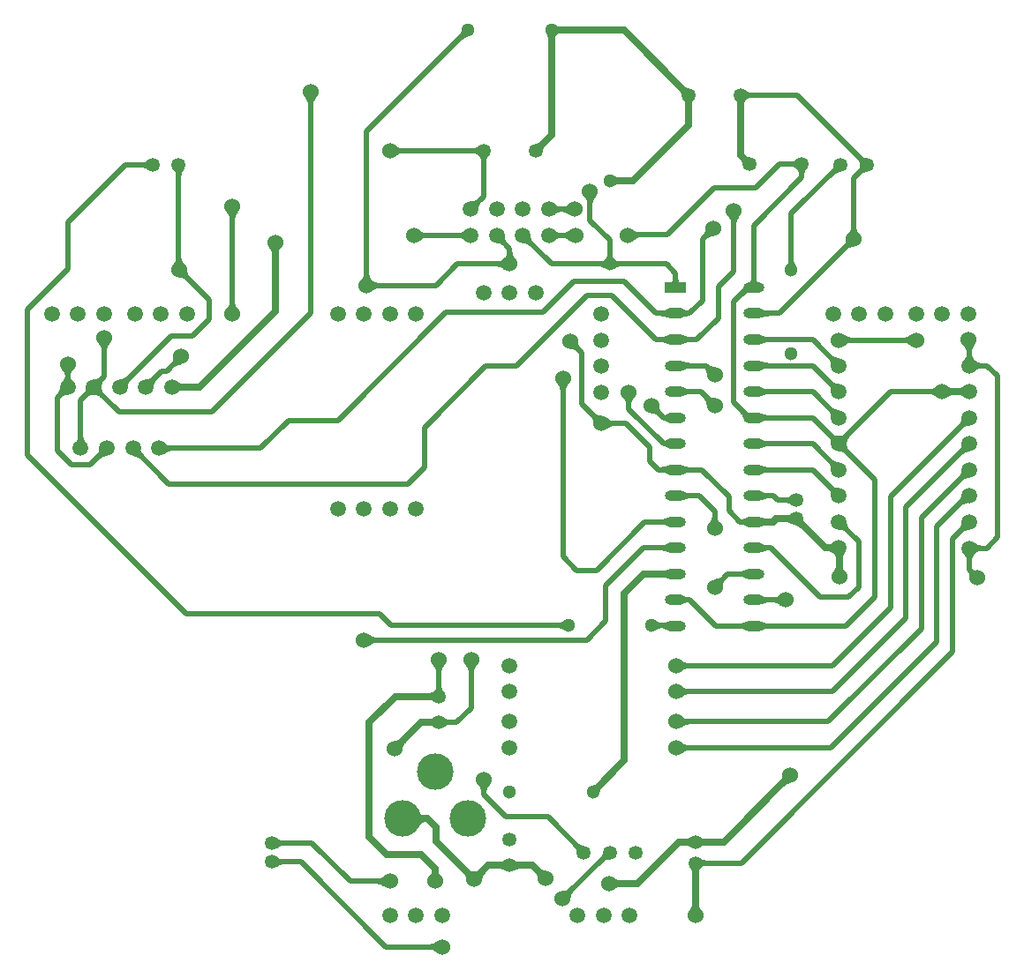
<source format=gbl>
G04 Layer_Physical_Order=2*
G04 Layer_Color=16711680*
%FSLAX44Y44*%
%MOMM*%
G71*
G01*
G75*
%ADD10C,0.6350*%
%ADD11C,0.5080*%
%ADD12C,1.3500*%
%ADD13C,1.3000*%
%ADD14C,1.5000*%
%ADD15C,3.5000*%
%ADD16O,2.0000X1.0000*%
%ADD17R,2.0000X1.0000*%
%ADD18C,1.5240*%
G36*
X225436Y-65969D02*
X225387Y-65792D01*
X225239Y-65635D01*
X224992Y-65495D01*
X224646Y-65374D01*
X224202Y-65272D01*
X223659Y-65189D01*
X222277Y-65077D01*
X220500Y-65040D01*
Y-59960D01*
X221438Y-59951D01*
X223659Y-59811D01*
X224202Y-59728D01*
X224646Y-59626D01*
X224992Y-59505D01*
X225239Y-59366D01*
X225387Y-59208D01*
X225436Y-59031D01*
Y-65969D01*
D02*
G37*
G36*
X269930Y-64475D02*
X269604Y-64180D01*
X269236Y-63917D01*
X268825Y-63685D01*
X268370Y-63483D01*
X267873Y-63313D01*
X267333Y-63173D01*
X266750Y-63064D01*
X266124Y-62987D01*
X265455Y-62941D01*
X264743Y-62925D01*
Y-56575D01*
X265455Y-56560D01*
X266750Y-56435D01*
X267333Y-56327D01*
X267873Y-56188D01*
X268370Y-56017D01*
X268825Y-55816D01*
X269236Y-55583D01*
X269604Y-55319D01*
X269930Y-55025D01*
Y-64475D01*
D02*
G37*
G36*
X241856Y-58381D02*
X242299Y-58579D01*
X242835Y-58754D01*
X243463Y-58905D01*
X244184Y-59034D01*
X245903Y-59220D01*
X247994Y-59313D01*
X249178Y-59325D01*
Y-65675D01*
X247994Y-65687D01*
X244184Y-65967D01*
X243463Y-66095D01*
X242835Y-66246D01*
X242299Y-66421D01*
X241856Y-66619D01*
X241506Y-66841D01*
Y-58159D01*
X241856Y-58381D01*
D02*
G37*
G36*
X281521Y-60256D02*
X281596Y-60703D01*
X281722Y-61158D01*
X281901Y-61621D01*
X282132Y-62094D01*
X282415Y-62574D01*
X282750Y-63063D01*
X283138Y-63561D01*
X283578Y-64066D01*
X284071Y-64581D01*
X279581Y-69071D01*
X279066Y-68578D01*
X278063Y-67750D01*
X277574Y-67415D01*
X277094Y-67132D01*
X276621Y-66901D01*
X276158Y-66722D01*
X275702Y-66596D01*
X275256Y-66522D01*
X274818Y-66500D01*
X281500Y-59818D01*
X281521Y-60256D01*
D02*
G37*
G36*
X151494Y-66841D02*
X151002Y-66499D01*
X150467Y-66193D01*
X149888Y-65922D01*
X149265Y-65688D01*
X148598Y-65490D01*
X147887Y-65328D01*
X147133Y-65202D01*
X146334Y-65112D01*
X144605Y-65040D01*
Y-59960D01*
X145492Y-59942D01*
X147133Y-59798D01*
X147887Y-59672D01*
X148598Y-59510D01*
X149265Y-59312D01*
X149888Y-59078D01*
X150467Y-58808D01*
X151002Y-58501D01*
X151494Y-58159D01*
Y-66841D01*
D02*
G37*
G36*
X166998Y-33501D02*
X167533Y-33807D01*
X168112Y-34078D01*
X168735Y-34312D01*
X169402Y-34510D01*
X170113Y-34672D01*
X170867Y-34798D01*
X171666Y-34888D01*
X173395Y-34960D01*
Y-40040D01*
X172509Y-40058D01*
X170867Y-40202D01*
X170113Y-40328D01*
X169402Y-40490D01*
X168735Y-40688D01*
X168112Y-40922D01*
X167533Y-41193D01*
X166998Y-41499D01*
X166506Y-41841D01*
Y-33159D01*
X166998Y-33501D01*
D02*
G37*
G36*
X241998D02*
X242533Y-33807D01*
X243112Y-34078D01*
X243735Y-34312D01*
X244402Y-34510D01*
X245113Y-34672D01*
X245867Y-34798D01*
X246666Y-34888D01*
X248395Y-34960D01*
Y-40040D01*
X247509Y-40058D01*
X245867Y-40202D01*
X245113Y-40328D01*
X244402Y-40490D01*
X243735Y-40688D01*
X243112Y-40922D01*
X242533Y-41193D01*
X241998Y-41499D01*
X241506Y-41841D01*
Y-33159D01*
X241998Y-33501D01*
D02*
G37*
G36*
X439388Y-45125D02*
X438681Y-45025D01*
X437995Y-44990D01*
X437329Y-45020D01*
X436682Y-45115D01*
X436056Y-45275D01*
X435450Y-45499D01*
X434863Y-45788D01*
X434297Y-46143D01*
X433750Y-46562D01*
X433224Y-47046D01*
X430300Y-42785D01*
X430767Y-42287D01*
X431197Y-41761D01*
X431591Y-41206D01*
X431950Y-40623D01*
X432273Y-40013D01*
X432560Y-39374D01*
X432811Y-38706D01*
X433026Y-38011D01*
X433205Y-37287D01*
X433349Y-36535D01*
X439388Y-45125D01*
D02*
G37*
G36*
X199068Y-57951D02*
X199152Y-58641D01*
X199291Y-59314D01*
X199487Y-59970D01*
X199739Y-60610D01*
X200046Y-61233D01*
X200409Y-61840D01*
X200828Y-62429D01*
X201303Y-63002D01*
X201834Y-63558D01*
X191166D01*
X191697Y-63002D01*
X192172Y-62429D01*
X192591Y-61840D01*
X192954Y-61233D01*
X193262Y-60610D01*
X193513Y-59970D01*
X193708Y-59314D01*
X193848Y-58641D01*
X193932Y-57951D01*
X193960Y-57244D01*
X199040D01*
X199068Y-57951D01*
D02*
G37*
G36*
X269930Y-46475D02*
X269489Y-46060D01*
X269025Y-45688D01*
X268536Y-45361D01*
X268024Y-45077D01*
X267488Y-44836D01*
X266928Y-44640D01*
X266343Y-44487D01*
X265735Y-44377D01*
X265103Y-44312D01*
X264446Y-44290D01*
Y-39210D01*
X265103Y-39188D01*
X265735Y-39123D01*
X266343Y-39013D01*
X266928Y-38860D01*
X267488Y-38664D01*
X268024Y-38423D01*
X268536Y-38139D01*
X269025Y-37812D01*
X269489Y-37440D01*
X269930Y-37025D01*
Y-46475D01*
D02*
G37*
G36*
X323268Y-63321D02*
X323336Y-64041D01*
X323456Y-64736D01*
X323626Y-65405D01*
X323848Y-66048D01*
X324120Y-66665D01*
X324443Y-67256D01*
X324817Y-67822D01*
X325242Y-68362D01*
X325718Y-68876D01*
X322126Y-72468D01*
X321612Y-71992D01*
X321072Y-71567D01*
X320506Y-71193D01*
X319915Y-70870D01*
X319298Y-70598D01*
X318654Y-70376D01*
X317986Y-70206D01*
X317291Y-70086D01*
X316571Y-70017D01*
X315825Y-70000D01*
X323250Y-62575D01*
X323268Y-63321D01*
D02*
G37*
G36*
X445485Y-93646D02*
X445024Y-94204D01*
X444618Y-94780D01*
X444266Y-95373D01*
X443968Y-95984D01*
X443724Y-96613D01*
X443534Y-97260D01*
X443398Y-97924D01*
X443317Y-98607D01*
X443290Y-99307D01*
X438210D01*
X438183Y-98607D01*
X438102Y-97924D01*
X437966Y-97260D01*
X437776Y-96613D01*
X437533Y-95984D01*
X437234Y-95373D01*
X436882Y-94780D01*
X436476Y-94204D01*
X436015Y-93646D01*
X435500Y-93106D01*
X446000D01*
X445485Y-93646D01*
D02*
G37*
G36*
X320796Y-93115D02*
X320455Y-93589D01*
X320155Y-94098D01*
X319895Y-94643D01*
X319675Y-95225D01*
X319495Y-95842D01*
X319355Y-96496D01*
X319255Y-97185D01*
X319195Y-97911D01*
X319175Y-98672D01*
X312825Y-98906D01*
X312804Y-98143D01*
X312739Y-97419D01*
X312632Y-96734D01*
X312482Y-96088D01*
X312289Y-95480D01*
X312053Y-94912D01*
X311775Y-94383D01*
X311453Y-93892D01*
X311089Y-93441D01*
X310681Y-93028D01*
X321176Y-92678D01*
X320796Y-93115D01*
D02*
G37*
G36*
X319197Y-104271D02*
X319261Y-105004D01*
X319369Y-105701D01*
X319520Y-106362D01*
X319715Y-106986D01*
X319952Y-107573D01*
X320233Y-108124D01*
X320557Y-108639D01*
X320924Y-109117D01*
X321334Y-109558D01*
X310666D01*
X311076Y-109117D01*
X311443Y-108639D01*
X311767Y-108124D01*
X312048Y-107573D01*
X312285Y-106986D01*
X312480Y-106362D01*
X312631Y-105701D01*
X312739Y-105004D01*
X312803Y-104271D01*
X312825Y-103501D01*
X319175D01*
X319197Y-104271D01*
D02*
G37*
G36*
X226494Y-116841D02*
X226002Y-116499D01*
X225467Y-116193D01*
X224888Y-115922D01*
X224265Y-115688D01*
X223598Y-115490D01*
X222887Y-115328D01*
X222133Y-115202D01*
X221334Y-115112D01*
X219605Y-115040D01*
Y-109960D01*
X220492Y-109942D01*
X222133Y-109798D01*
X222887Y-109672D01*
X223598Y-109510D01*
X224265Y-109312D01*
X224888Y-109078D01*
X225467Y-108807D01*
X226002Y-108501D01*
X226494Y-108159D01*
Y-116841D01*
D02*
G37*
G36*
X442961Y-107361D02*
X444297Y-108516D01*
X444550Y-108687D01*
X444771Y-108810D01*
X444960Y-108886D01*
X445117Y-108915D01*
X445241Y-108897D01*
X440897Y-113241D01*
X440915Y-113117D01*
X440886Y-112960D01*
X440810Y-112771D01*
X440687Y-112550D01*
X440516Y-112296D01*
X440299Y-112011D01*
X439721Y-111343D01*
X438954Y-110546D01*
X442546Y-106954D01*
X442961Y-107361D01*
D02*
G37*
G36*
X241998Y-83501D02*
X242533Y-83807D01*
X243112Y-84078D01*
X243735Y-84312D01*
X244402Y-84510D01*
X245113Y-84672D01*
X245867Y-84798D01*
X246666Y-84888D01*
X248395Y-84960D01*
Y-90040D01*
X247509Y-90058D01*
X245867Y-90202D01*
X245113Y-90328D01*
X244402Y-90490D01*
X243735Y-90688D01*
X243112Y-90922D01*
X242533Y-91193D01*
X241998Y-91499D01*
X241506Y-91841D01*
Y-83159D01*
X241998Y-83501D01*
D02*
G37*
G36*
X440675Y-70250D02*
X439929Y-70268D01*
X439209Y-70336D01*
X438514Y-70456D01*
X437845Y-70626D01*
X437202Y-70848D01*
X436585Y-71120D01*
X435994Y-71443D01*
X435428Y-71817D01*
X434888Y-72242D01*
X434374Y-72718D01*
X430782Y-69126D01*
X431258Y-68612D01*
X431683Y-68072D01*
X432057Y-67506D01*
X432380Y-66915D01*
X432652Y-66297D01*
X432874Y-65655D01*
X433044Y-64986D01*
X433164Y-64291D01*
X433232Y-63571D01*
X433250Y-62825D01*
X440675Y-70250D01*
D02*
G37*
G36*
X151494Y-91841D02*
X151002Y-91499D01*
X150467Y-91193D01*
X149888Y-90922D01*
X149265Y-90688D01*
X148598Y-90490D01*
X147887Y-90328D01*
X147133Y-90202D01*
X146334Y-90112D01*
X144605Y-90040D01*
Y-84960D01*
X145492Y-84942D01*
X147133Y-84798D01*
X147887Y-84672D01*
X148598Y-84510D01*
X149265Y-84312D01*
X149888Y-84078D01*
X150467Y-83807D01*
X151002Y-83501D01*
X151494Y-83159D01*
Y-91841D01*
D02*
G37*
G36*
X446646Y-83015D02*
X447204Y-83476D01*
X447780Y-83882D01*
X448373Y-84234D01*
X448984Y-84532D01*
X449613Y-84776D01*
X450260Y-84966D01*
X450924Y-85102D01*
X451607Y-85183D01*
X452307Y-85210D01*
Y-90290D01*
X451607Y-90317D01*
X450924Y-90398D01*
X450260Y-90534D01*
X449613Y-90724D01*
X448984Y-90968D01*
X448373Y-91266D01*
X447780Y-91618D01*
X447204Y-92024D01*
X446646Y-92485D01*
X446106Y-93000D01*
Y-82500D01*
X446646Y-83015D01*
D02*
G37*
G36*
X310394Y-92750D02*
X309968Y-92356D01*
X309506Y-92003D01*
X309005Y-91692D01*
X308468Y-91422D01*
X307892Y-91194D01*
X307280Y-91007D01*
X306630Y-90862D01*
X305942Y-90758D01*
X305217Y-90696D01*
X304455Y-90675D01*
Y-84325D01*
X305217Y-84304D01*
X305942Y-84242D01*
X306630Y-84138D01*
X307280Y-83993D01*
X307892Y-83806D01*
X308468Y-83578D01*
X309005Y-83308D01*
X309506Y-82997D01*
X309968Y-82644D01*
X310394Y-82250D01*
Y-92750D01*
D02*
G37*
G36*
X309888Y-28008D02*
X310428Y-28433D01*
X310994Y-28807D01*
X311585Y-29130D01*
X312202Y-29402D01*
X312845Y-29624D01*
X313514Y-29794D01*
X314209Y-29914D01*
X314929Y-29983D01*
X315675Y-30000D01*
X308250Y-37425D01*
X308232Y-36679D01*
X308164Y-35959D01*
X308044Y-35264D01*
X307874Y-34595D01*
X307652Y-33953D01*
X307380Y-33335D01*
X307057Y-32744D01*
X306683Y-32178D01*
X306258Y-31638D01*
X305782Y-31124D01*
X309374Y-27532D01*
X309888Y-28008D01*
D02*
G37*
G36*
X93998Y36803D02*
X94571Y36328D01*
X95160Y35909D01*
X95767Y35546D01*
X96390Y35238D01*
X97029Y34987D01*
X97686Y34792D01*
X98359Y34652D01*
X99049Y34568D01*
X99756Y34540D01*
Y29460D01*
X99049Y29432D01*
X98359Y29348D01*
X97686Y29209D01*
X97029Y29013D01*
X96390Y28761D01*
X95767Y28454D01*
X95160Y28091D01*
X94571Y27672D01*
X93998Y27197D01*
X93442Y26666D01*
Y37334D01*
X93998Y36803D01*
D02*
G37*
G36*
X440675Y29750D02*
X439929Y29732D01*
X439209Y29664D01*
X438514Y29544D01*
X437845Y29374D01*
X437202Y29152D01*
X436585Y28880D01*
X435994Y28557D01*
X435428Y28183D01*
X434888Y27758D01*
X434374Y27282D01*
X430782Y30874D01*
X431258Y31388D01*
X431683Y31928D01*
X432057Y32494D01*
X432380Y33085D01*
X432652Y33702D01*
X432874Y34346D01*
X433044Y35014D01*
X433164Y35709D01*
X433232Y36429D01*
X433250Y37175D01*
X440675Y29750D01*
D02*
G37*
G36*
X-408933Y18857D02*
X-408852Y18175D01*
X-408716Y17510D01*
X-408526Y16863D01*
X-408283Y16234D01*
X-407984Y15623D01*
X-407632Y15030D01*
X-407226Y14454D01*
X-406765Y13896D01*
X-406250Y13356D01*
X-416750D01*
X-416235Y13896D01*
X-415774Y14454D01*
X-415368Y15030D01*
X-415016Y15623D01*
X-414717Y16234D01*
X-414474Y16863D01*
X-414284Y17510D01*
X-414148Y18175D01*
X-414067Y18857D01*
X-414040Y19557D01*
X-408960D01*
X-408933Y18857D01*
D02*
G37*
G36*
X309888Y21992D02*
X310428Y21567D01*
X310994Y21193D01*
X311585Y20870D01*
X312202Y20598D01*
X312845Y20376D01*
X313514Y20206D01*
X314209Y20086D01*
X314929Y20017D01*
X315675Y20000D01*
X308250Y12575D01*
X308232Y13321D01*
X308164Y14041D01*
X308044Y14736D01*
X307874Y15404D01*
X307652Y16048D01*
X307380Y16665D01*
X307057Y17256D01*
X306683Y17822D01*
X306258Y18362D01*
X305782Y18876D01*
X309374Y22468D01*
X309888Y21992D01*
D02*
G37*
G36*
X325718Y18876D02*
X325242Y18362D01*
X324817Y17822D01*
X324443Y17256D01*
X324120Y16665D01*
X323848Y16048D01*
X323626Y15404D01*
X323456Y14736D01*
X323336Y14041D01*
X323268Y13321D01*
X323250Y12575D01*
X315825Y20000D01*
X316571Y20017D01*
X317291Y20086D01*
X317986Y20206D01*
X318654Y20376D01*
X319298Y20598D01*
X319915Y20870D01*
X320506Y21193D01*
X321072Y21567D01*
X321612Y21992D01*
X322126Y22468D01*
X325718Y18876D01*
D02*
G37*
G36*
X309888Y46992D02*
X310428Y46567D01*
X310994Y46193D01*
X311585Y45870D01*
X312202Y45598D01*
X312845Y45376D01*
X313514Y45206D01*
X314209Y45086D01*
X314929Y45017D01*
X315675Y45000D01*
X308250Y37575D01*
X308232Y38321D01*
X308164Y39041D01*
X308044Y39736D01*
X307874Y40405D01*
X307652Y41048D01*
X307380Y41665D01*
X307057Y42256D01*
X306683Y42822D01*
X306258Y43362D01*
X305782Y43876D01*
X309374Y47468D01*
X309888Y46992D01*
D02*
G37*
G36*
X143638Y48155D02*
X143707Y47414D01*
X143827Y46701D01*
X143999Y46016D01*
X144222Y45357D01*
X144497Y44727D01*
X144823Y44125D01*
X145200Y43550D01*
X145629Y43003D01*
X146109Y42483D01*
X142517Y38891D01*
X141997Y39371D01*
X141450Y39800D01*
X140875Y40177D01*
X140273Y40503D01*
X139642Y40778D01*
X138985Y41001D01*
X138299Y41173D01*
X137586Y41293D01*
X136845Y41363D01*
X136076Y41380D01*
X143620Y48924D01*
X143638Y48155D01*
D02*
G37*
G36*
X225590Y45037D02*
X227389Y43523D01*
X228193Y42969D01*
X228933Y42550D01*
X229608Y42266D01*
X230220Y42117D01*
X230768Y42104D01*
X231252Y42225D01*
X231672Y42482D01*
X224158Y36202D01*
X224041Y36899D01*
X223872Y37586D01*
X223653Y38262D01*
X223383Y38928D01*
X223062Y39584D01*
X222691Y40229D01*
X222269Y40865D01*
X221796Y41490D01*
X221273Y42105D01*
X220699Y42709D01*
X224595Y45997D01*
X225590Y45037D01*
D02*
G37*
G36*
X82003Y41629D02*
X82550Y41200D01*
X83125Y40823D01*
X83727Y40497D01*
X84358Y40222D01*
X85015Y39999D01*
X85701Y39827D01*
X86414Y39707D01*
X87155Y39637D01*
X87924Y39620D01*
X80380Y32076D01*
X80363Y32845D01*
X80293Y33586D01*
X80173Y34299D01*
X80001Y34985D01*
X79778Y35642D01*
X79503Y36273D01*
X79177Y36875D01*
X78800Y37450D01*
X78371Y37997D01*
X77891Y38517D01*
X81483Y42109D01*
X82003Y41629D01*
D02*
G37*
G36*
X241998Y41498D02*
X242533Y41192D01*
X243112Y40922D01*
X243735Y40688D01*
X244402Y40490D01*
X245113Y40328D01*
X245867Y40202D01*
X246666Y40112D01*
X248395Y40040D01*
Y34960D01*
X247509Y34942D01*
X245867Y34798D01*
X245113Y34672D01*
X244402Y34510D01*
X243735Y34311D01*
X243112Y34077D01*
X242533Y33807D01*
X241998Y33501D01*
X241506Y33159D01*
Y41841D01*
X241998Y41498D01*
D02*
G37*
G36*
Y16499D02*
X242533Y16192D01*
X243112Y15922D01*
X243735Y15688D01*
X244402Y15490D01*
X245113Y15328D01*
X245867Y15202D01*
X246666Y15112D01*
X248395Y15040D01*
Y9960D01*
X247509Y9942D01*
X245867Y9798D01*
X245113Y9672D01*
X244402Y9510D01*
X243735Y9312D01*
X243112Y9077D01*
X242533Y8807D01*
X241998Y8501D01*
X241506Y8159D01*
Y16841D01*
X241998Y16499D01*
D02*
G37*
G36*
Y-8501D02*
X242533Y-8808D01*
X243112Y-9078D01*
X243735Y-9312D01*
X244402Y-9510D01*
X245113Y-9672D01*
X245867Y-9798D01*
X246666Y-9888D01*
X248395Y-9960D01*
Y-15040D01*
X247509Y-15058D01*
X245867Y-15202D01*
X245113Y-15328D01*
X244402Y-15490D01*
X243735Y-15688D01*
X243112Y-15922D01*
X242533Y-16193D01*
X241998Y-16499D01*
X241506Y-16841D01*
Y-8159D01*
X241998Y-8501D01*
D02*
G37*
G36*
X309888Y-3008D02*
X310428Y-3433D01*
X310994Y-3807D01*
X311585Y-4130D01*
X312202Y-4402D01*
X312845Y-4624D01*
X313514Y-4794D01*
X314209Y-4914D01*
X314929Y-4983D01*
X315675Y-5000D01*
X308250Y-12425D01*
X308232Y-11679D01*
X308164Y-10959D01*
X308044Y-10264D01*
X307874Y-9596D01*
X307652Y-8953D01*
X307380Y-8335D01*
X307057Y-7744D01*
X306683Y-7178D01*
X306258Y-6638D01*
X305782Y-6124D01*
X309374Y-2532D01*
X309888Y-3008D01*
D02*
G37*
G36*
X166998Y-8501D02*
X167533Y-8808D01*
X168112Y-9078D01*
X168735Y-9312D01*
X169402Y-9510D01*
X170113Y-9672D01*
X170867Y-9798D01*
X171666Y-9888D01*
X173395Y-9960D01*
Y-15040D01*
X172509Y-15058D01*
X170867Y-15202D01*
X170113Y-15328D01*
X169402Y-15490D01*
X168735Y-15688D01*
X168112Y-15922D01*
X167533Y-16193D01*
X166998Y-16499D01*
X166506Y-16841D01*
Y-8159D01*
X166998Y-8501D01*
D02*
G37*
G36*
X440675Y-20250D02*
X439929Y-20268D01*
X439209Y-20336D01*
X438514Y-20456D01*
X437845Y-20626D01*
X437202Y-20848D01*
X436585Y-21120D01*
X435994Y-21443D01*
X435428Y-21817D01*
X434888Y-22242D01*
X434374Y-22718D01*
X430782Y-19126D01*
X431258Y-18612D01*
X431683Y-18072D01*
X432057Y-17506D01*
X432380Y-16915D01*
X432652Y-16298D01*
X432874Y-15654D01*
X433044Y-14986D01*
X433164Y-14291D01*
X433232Y-13571D01*
X433250Y-12825D01*
X440675Y-20250D01*
D02*
G37*
G36*
X151494Y-16841D02*
X151002Y-16499D01*
X150467Y-16193D01*
X149888Y-15922D01*
X149265Y-15688D01*
X148598Y-15490D01*
X147887Y-15328D01*
X147133Y-15202D01*
X146334Y-15112D01*
X144605Y-15040D01*
Y-9960D01*
X145492Y-9942D01*
X147133Y-9798D01*
X147887Y-9672D01*
X148598Y-9510D01*
X149265Y-9312D01*
X149888Y-9078D01*
X150467Y-8808D01*
X151002Y-8501D01*
X151494Y-8159D01*
Y-16841D01*
D02*
G37*
G36*
X323268Y11679D02*
X323336Y10959D01*
X323456Y10264D01*
X323626Y9596D01*
X323848Y8953D01*
X324120Y8335D01*
X324443Y7744D01*
X324817Y7178D01*
X325242Y6638D01*
X325718Y6124D01*
X322126Y2532D01*
X321612Y3008D01*
X321072Y3433D01*
X320506Y3807D01*
X319915Y4130D01*
X319298Y4402D01*
X318654Y4624D01*
X317986Y4794D01*
X317291Y4914D01*
X316571Y4983D01*
X315825Y5000D01*
X323250Y12425D01*
X323268Y11679D01*
D02*
G37*
G36*
X-330604Y12735D02*
X-330046Y12274D01*
X-329470Y11868D01*
X-328877Y11516D01*
X-328266Y11217D01*
X-327637Y10974D01*
X-326990Y10784D01*
X-326325Y10648D01*
X-325643Y10567D01*
X-324943Y10540D01*
Y5460D01*
X-325643Y5433D01*
X-326325Y5352D01*
X-326990Y5216D01*
X-327637Y5026D01*
X-328266Y4782D01*
X-328877Y4484D01*
X-329470Y4132D01*
X-330046Y3726D01*
X-330604Y3265D01*
X-331144Y2750D01*
Y13250D01*
X-330604Y12735D01*
D02*
G37*
G36*
X440675Y4750D02*
X439929Y4733D01*
X439209Y4664D01*
X438514Y4544D01*
X437845Y4374D01*
X437202Y4152D01*
X436585Y3880D01*
X435994Y3557D01*
X435428Y3183D01*
X434888Y2758D01*
X434374Y2282D01*
X430782Y5874D01*
X431258Y6388D01*
X431683Y6928D01*
X432057Y7494D01*
X432380Y8085D01*
X432652Y8702D01*
X432874Y9345D01*
X433044Y10014D01*
X433164Y10709D01*
X433232Y11429D01*
X433250Y12175D01*
X440675Y4750D01*
D02*
G37*
G36*
X-386575Y500D02*
X-387321Y483D01*
X-388041Y414D01*
X-388736Y294D01*
X-389404Y124D01*
X-390047Y-98D01*
X-390665Y-370D01*
X-391256Y-693D01*
X-391822Y-1067D01*
X-392362Y-1492D01*
X-392876Y-1968D01*
X-396468Y1624D01*
X-395992Y2138D01*
X-395567Y2678D01*
X-395193Y3244D01*
X-394870Y3835D01*
X-394598Y4453D01*
X-394376Y5095D01*
X-394206Y5764D01*
X-394086Y6459D01*
X-394017Y7179D01*
X-394000Y7925D01*
X-386575Y500D01*
D02*
G37*
G36*
X-353983Y7179D02*
X-353914Y6459D01*
X-353794Y5764D01*
X-353624Y5095D01*
X-353402Y4453D01*
X-353130Y3835D01*
X-352807Y3244D01*
X-352433Y2678D01*
X-352008Y2138D01*
X-351532Y1624D01*
X-355124Y-1968D01*
X-355638Y-1492D01*
X-356178Y-1067D01*
X-356744Y-693D01*
X-357335Y-370D01*
X-357952Y-98D01*
X-358595Y124D01*
X-359264Y294D01*
X-359959Y414D01*
X-360679Y483D01*
X-361425Y500D01*
X-354000Y7925D01*
X-353983Y7179D01*
D02*
G37*
G36*
X151494Y-116841D02*
X151144Y-116619D01*
X150701Y-116421D01*
X150165Y-116246D01*
X149537Y-116095D01*
X148816Y-115967D01*
X147097Y-115780D01*
X145006Y-115687D01*
X143822Y-115675D01*
Y-109325D01*
X145006Y-109313D01*
X148816Y-109034D01*
X149537Y-108905D01*
X150165Y-108754D01*
X150701Y-108579D01*
X151144Y-108381D01*
X151494Y-108159D01*
Y-116841D01*
D02*
G37*
G36*
X95226Y-386705D02*
X94633Y-386664D01*
X94052Y-386677D01*
X93484Y-386745D01*
X92927Y-386867D01*
X92382Y-387045D01*
X91849Y-387277D01*
X91329Y-387564D01*
X90820Y-387906D01*
X90323Y-388302D01*
X89839Y-388754D01*
X86656Y-384752D01*
X87102Y-384278D01*
X87507Y-383790D01*
X87872Y-383287D01*
X88196Y-382769D01*
X88479Y-382237D01*
X88721Y-381691D01*
X88922Y-381130D01*
X89082Y-380555D01*
X89202Y-379964D01*
X89280Y-379360D01*
X95226Y-386705D01*
D02*
G37*
G36*
X65990Y-371367D02*
X66483Y-371768D01*
X66991Y-372120D01*
X67512Y-372425D01*
X68047Y-372683D01*
X68596Y-372892D01*
X69159Y-373053D01*
X69737Y-373167D01*
X70328Y-373232D01*
X70932Y-373250D01*
X64250Y-379933D01*
X64233Y-379328D01*
X64167Y-378737D01*
X64053Y-378159D01*
X63892Y-377596D01*
X63683Y-377047D01*
X63425Y-376512D01*
X63120Y-375991D01*
X62768Y-375483D01*
X62367Y-374990D01*
X61918Y-374510D01*
X65510Y-370918D01*
X65990Y-371367D01*
D02*
G37*
G36*
X-222489Y-384690D02*
X-222025Y-385062D01*
X-221537Y-385389D01*
X-221024Y-385673D01*
X-220488Y-385914D01*
X-219928Y-386110D01*
X-219343Y-386263D01*
X-218735Y-386373D01*
X-218102Y-386438D01*
X-217446Y-386460D01*
Y-391540D01*
X-218102Y-391562D01*
X-218735Y-391627D01*
X-219343Y-391737D01*
X-219928Y-391890D01*
X-220488Y-392086D01*
X-221024Y-392327D01*
X-221537Y-392611D01*
X-222025Y-392938D01*
X-222489Y-393310D01*
X-222929Y-393725D01*
Y-384275D01*
X-222489Y-384690D01*
D02*
G37*
G36*
X5146Y-388069D02*
X5514Y-388333D01*
X5925Y-388565D01*
X6380Y-388767D01*
X6877Y-388937D01*
X7417Y-389077D01*
X8000Y-389185D01*
X8626Y-389263D01*
X9295Y-389310D01*
X10007Y-389325D01*
Y-395675D01*
X9295Y-395690D01*
X8000Y-395815D01*
X7417Y-395923D01*
X6877Y-396063D01*
X6380Y-396233D01*
X5925Y-396435D01*
X5514Y-396667D01*
X5146Y-396931D01*
X4821Y-397225D01*
Y-387775D01*
X5146Y-388069D01*
D02*
G37*
G36*
X183261Y-385690D02*
X183725Y-386062D01*
X184214Y-386389D01*
X184726Y-386673D01*
X185262Y-386914D01*
X185823Y-387110D01*
X186407Y-387263D01*
X187015Y-387373D01*
X187648Y-387438D01*
X188304Y-387460D01*
Y-392540D01*
X187648Y-392562D01*
X187015Y-392627D01*
X186407Y-392737D01*
X185823Y-392890D01*
X185262Y-393086D01*
X184726Y-393327D01*
X184214Y-393611D01*
X183725Y-393938D01*
X183261Y-394310D01*
X182821Y-394725D01*
Y-385275D01*
X183261Y-385690D01*
D02*
G37*
G36*
X-86252Y-341463D02*
X-85834Y-342064D01*
X-85333Y-342594D01*
X-84749Y-343053D01*
X-84082Y-343442D01*
X-83332Y-343760D01*
X-82498Y-344007D01*
X-81582Y-344184D01*
X-80583Y-344290D01*
X-79500Y-344325D01*
Y-350675D01*
X-80583Y-350710D01*
X-81582Y-350816D01*
X-82498Y-350993D01*
X-83332Y-351240D01*
X-84082Y-351558D01*
X-84749Y-351947D01*
X-85333Y-352406D01*
X-85834Y-352936D01*
X-86252Y-353537D01*
X-86587Y-354208D01*
Y-340792D01*
X-86252Y-341463D01*
D02*
G37*
G36*
X-19947Y-315998D02*
X-20422Y-316571D01*
X-20841Y-317160D01*
X-21204Y-317767D01*
X-21511Y-318390D01*
X-21763Y-319030D01*
X-21958Y-319686D01*
X-22098Y-320359D01*
X-22182Y-321049D01*
X-22210Y-321756D01*
X-27290D01*
X-27318Y-321049D01*
X-27402Y-320359D01*
X-27541Y-319686D01*
X-27737Y-319030D01*
X-27989Y-318390D01*
X-28296Y-317767D01*
X-28659Y-317160D01*
X-29078Y-316571D01*
X-29553Y-315998D01*
X-30084Y-315442D01*
X-19416D01*
X-19947Y-315998D01*
D02*
G37*
G36*
X183146Y-365569D02*
X183514Y-365833D01*
X183925Y-366065D01*
X184380Y-366267D01*
X184877Y-366437D01*
X185417Y-366577D01*
X186000Y-366685D01*
X186626Y-366763D01*
X187295Y-366810D01*
X188007Y-366825D01*
Y-373175D01*
X187295Y-373190D01*
X186000Y-373315D01*
X185417Y-373423D01*
X184877Y-373563D01*
X184380Y-373733D01*
X183925Y-373935D01*
X183514Y-374167D01*
X183146Y-374431D01*
X182821Y-374725D01*
Y-365275D01*
X183146Y-365569D01*
D02*
G37*
G36*
X-222489Y-366690D02*
X-222025Y-367062D01*
X-221537Y-367389D01*
X-221024Y-367673D01*
X-220488Y-367914D01*
X-219928Y-368110D01*
X-219343Y-368263D01*
X-218735Y-368373D01*
X-218102Y-368438D01*
X-217446Y-368460D01*
Y-373540D01*
X-218102Y-373562D01*
X-218735Y-373627D01*
X-219343Y-373737D01*
X-219928Y-373890D01*
X-220488Y-374086D01*
X-221024Y-374327D01*
X-221537Y-374611D01*
X-222025Y-374938D01*
X-222489Y-375310D01*
X-222929Y-375725D01*
Y-366275D01*
X-222489Y-366690D01*
D02*
G37*
G36*
X173180Y-374725D02*
X172854Y-374431D01*
X172486Y-374167D01*
X172075Y-373935D01*
X171621Y-373733D01*
X171123Y-373563D01*
X170583Y-373423D01*
X170000Y-373315D01*
X169374Y-373237D01*
X168705Y-373190D01*
X167993Y-373175D01*
Y-366825D01*
X168705Y-366810D01*
X170000Y-366685D01*
X170583Y-366577D01*
X171123Y-366437D01*
X171621Y-366267D01*
X172075Y-366065D01*
X172486Y-365833D01*
X172854Y-365569D01*
X173180Y-365275D01*
Y-374725D01*
D02*
G37*
G36*
X-4821Y-397225D02*
X-5146Y-396931D01*
X-5514Y-396667D01*
X-5925Y-396435D01*
X-6380Y-396233D01*
X-6877Y-396063D01*
X-7417Y-395923D01*
X-8000Y-395815D01*
X-8626Y-395737D01*
X-9295Y-395690D01*
X-10007Y-395675D01*
Y-389325D01*
X-9295Y-389310D01*
X-8000Y-389185D01*
X-7417Y-389077D01*
X-6877Y-388937D01*
X-6380Y-388767D01*
X-5925Y-388565D01*
X-5514Y-388333D01*
X-5146Y-388069D01*
X-4821Y-387775D01*
Y-397225D01*
D02*
G37*
G36*
X100883Y-404826D02*
X101361Y-405193D01*
X101876Y-405517D01*
X102427Y-405798D01*
X103014Y-406035D01*
X103638Y-406230D01*
X104299Y-406381D01*
X104996Y-406489D01*
X105729Y-406553D01*
X106499Y-406575D01*
Y-412925D01*
X105729Y-412947D01*
X104996Y-413011D01*
X104299Y-413119D01*
X103638Y-413270D01*
X103014Y-413465D01*
X102427Y-413702D01*
X101876Y-413983D01*
X101361Y-414307D01*
X100883Y-414674D01*
X100442Y-415084D01*
Y-404416D01*
X100883Y-404826D01*
D02*
G37*
G36*
X-120442Y-413084D02*
X-120998Y-412553D01*
X-121571Y-412078D01*
X-122160Y-411659D01*
X-122767Y-411296D01*
X-123390Y-410988D01*
X-124030Y-410737D01*
X-124686Y-410541D01*
X-125359Y-410402D01*
X-126049Y-410318D01*
X-126756Y-410290D01*
Y-405210D01*
X-126049Y-405182D01*
X-125359Y-405098D01*
X-124686Y-404958D01*
X-124030Y-404763D01*
X-123390Y-404511D01*
X-122767Y-404204D01*
X-122160Y-403841D01*
X-121571Y-403422D01*
X-120998Y-402947D01*
X-120442Y-402416D01*
Y-413084D01*
D02*
G37*
G36*
X60859Y-417733D02*
X60379Y-418253D01*
X59950Y-418800D01*
X59573Y-419375D01*
X59247Y-419977D01*
X58972Y-420607D01*
X58749Y-421265D01*
X58577Y-421951D01*
X58457Y-422664D01*
X58387Y-423405D01*
X58370Y-424174D01*
X50826Y-416630D01*
X51595Y-416613D01*
X52336Y-416543D01*
X53049Y-416423D01*
X53734Y-416251D01*
X54392Y-416028D01*
X55023Y-415753D01*
X55625Y-415427D01*
X56200Y-415050D01*
X56747Y-414621D01*
X57267Y-414141D01*
X60859Y-417733D01*
D02*
G37*
G36*
X-70442Y-475834D02*
X-70998Y-475303D01*
X-71571Y-474828D01*
X-72160Y-474409D01*
X-72767Y-474046D01*
X-73390Y-473739D01*
X-74029Y-473487D01*
X-74686Y-473292D01*
X-75359Y-473152D01*
X-76049Y-473068D01*
X-76756Y-473040D01*
Y-467960D01*
X-76049Y-467932D01*
X-75359Y-467848D01*
X-74686Y-467709D01*
X-74029Y-467513D01*
X-73390Y-467262D01*
X-72767Y-466954D01*
X-72160Y-466591D01*
X-71571Y-466172D01*
X-70998Y-465697D01*
X-70442Y-465166D01*
Y-475834D01*
D02*
G37*
G36*
X181197Y-429271D02*
X181262Y-430004D01*
X181369Y-430701D01*
X181521Y-431362D01*
X181715Y-431986D01*
X181952Y-432573D01*
X182233Y-433124D01*
X182557Y-433639D01*
X182924Y-434117D01*
X183334Y-434558D01*
X172666D01*
X173076Y-434117D01*
X173443Y-433639D01*
X173767Y-433124D01*
X174048Y-432573D01*
X174285Y-431986D01*
X174480Y-431362D01*
X174631Y-430701D01*
X174739Y-430004D01*
X174804Y-429271D01*
X174825Y-428501D01*
X181175D01*
X181197Y-429271D01*
D02*
G37*
G36*
X-68303Y-397021D02*
X-68239Y-397754D01*
X-68131Y-398451D01*
X-67980Y-399112D01*
X-67785Y-399736D01*
X-67548Y-400323D01*
X-67267Y-400874D01*
X-66943Y-401389D01*
X-66576Y-401867D01*
X-66166Y-402308D01*
X-76834D01*
X-76424Y-401867D01*
X-76057Y-401389D01*
X-75733Y-400874D01*
X-75452Y-400323D01*
X-75215Y-399736D01*
X-75021Y-399112D01*
X-74869Y-398451D01*
X-74762Y-397754D01*
X-74697Y-397021D01*
X-74675Y-396251D01*
X-68325D01*
X-68303Y-397021D01*
D02*
G37*
G36*
X182431Y-395146D02*
X182167Y-395514D01*
X181935Y-395925D01*
X181733Y-396380D01*
X181563Y-396877D01*
X181423Y-397417D01*
X181315Y-398000D01*
X181237Y-398626D01*
X181191Y-399295D01*
X181175Y-400007D01*
X174825D01*
X174810Y-399295D01*
X174686Y-398000D01*
X174577Y-397417D01*
X174438Y-396877D01*
X174267Y-396380D01*
X174066Y-395925D01*
X173833Y-395514D01*
X173570Y-395146D01*
X173275Y-394821D01*
X182725D01*
X182431Y-395146D01*
D02*
G37*
G36*
X29174Y-395153D02*
X29738Y-395626D01*
X30307Y-396042D01*
X30881Y-396403D01*
X31460Y-396706D01*
X32043Y-396954D01*
X32631Y-397145D01*
X33224Y-397280D01*
X33821Y-397358D01*
X34424Y-397380D01*
X26880Y-404924D01*
X26858Y-404322D01*
X26780Y-403724D01*
X26645Y-403131D01*
X26454Y-402543D01*
X26206Y-401960D01*
X25903Y-401381D01*
X25542Y-400807D01*
X25126Y-400238D01*
X24653Y-399674D01*
X24124Y-399114D01*
X28614Y-394624D01*
X29174Y-395153D01*
D02*
G37*
G36*
X-39326Y-396153D02*
X-38762Y-396626D01*
X-38193Y-397042D01*
X-37619Y-397403D01*
X-37040Y-397706D01*
X-36457Y-397954D01*
X-35869Y-398145D01*
X-35276Y-398280D01*
X-34678Y-398358D01*
X-34076Y-398380D01*
X-41620Y-405924D01*
X-41642Y-405322D01*
X-41720Y-404724D01*
X-41855Y-404131D01*
X-42046Y-403543D01*
X-42294Y-402960D01*
X-42597Y-402381D01*
X-42958Y-401807D01*
X-43374Y-401238D01*
X-43847Y-400674D01*
X-44376Y-400114D01*
X-39886Y-395624D01*
X-39326Y-396153D01*
D02*
G37*
G36*
X-23624Y-400114D02*
X-24153Y-400674D01*
X-24626Y-401238D01*
X-25042Y-401807D01*
X-25403Y-402381D01*
X-25706Y-402960D01*
X-25954Y-403543D01*
X-26145Y-404131D01*
X-26280Y-404724D01*
X-26358Y-405322D01*
X-26380Y-405924D01*
X-33924Y-398380D01*
X-33321Y-398358D01*
X-32724Y-398280D01*
X-32131Y-398145D01*
X-31543Y-397954D01*
X-30960Y-397706D01*
X-30381Y-397403D01*
X-29807Y-397042D01*
X-29238Y-396626D01*
X-28674Y-396153D01*
X-28114Y-395624D01*
X-23624Y-400114D01*
D02*
G37*
G36*
X89013Y-317227D02*
X88532Y-317727D01*
X87723Y-318692D01*
X87395Y-319156D01*
X87119Y-319608D01*
X86893Y-320047D01*
X86718Y-320475D01*
X86594Y-320891D01*
X86521Y-321294D01*
X86500Y-321685D01*
X80065Y-315250D01*
X80456Y-315229D01*
X80859Y-315156D01*
X81275Y-315032D01*
X81702Y-314857D01*
X82142Y-314632D01*
X82594Y-314355D01*
X83058Y-314027D01*
X83534Y-313648D01*
X84523Y-312737D01*
X89013Y-317227D01*
D02*
G37*
G36*
X226494Y-166841D02*
X226002Y-166499D01*
X225467Y-166193D01*
X224888Y-165923D01*
X224265Y-165688D01*
X223598Y-165490D01*
X222887Y-165328D01*
X222133Y-165202D01*
X221334Y-165112D01*
X219605Y-165040D01*
Y-159960D01*
X220492Y-159942D01*
X222133Y-159798D01*
X222887Y-159672D01*
X223598Y-159510D01*
X224265Y-159312D01*
X224888Y-159078D01*
X225467Y-158807D01*
X226002Y-158501D01*
X226494Y-158159D01*
Y-166841D01*
D02*
G37*
G36*
X241998Y-158501D02*
X242533Y-158807D01*
X243112Y-159078D01*
X243735Y-159312D01*
X244402Y-159510D01*
X245113Y-159672D01*
X245867Y-159798D01*
X246666Y-159888D01*
X248395Y-159960D01*
Y-165040D01*
X247509Y-165058D01*
X245867Y-165202D01*
X245113Y-165328D01*
X244402Y-165490D01*
X243735Y-165688D01*
X243112Y-165923D01*
X242533Y-166193D01*
X241998Y-166499D01*
X241506Y-166841D01*
Y-158159D01*
X241998Y-158501D01*
D02*
G37*
G36*
X141049Y-157832D02*
X141482Y-158174D01*
X141941Y-158475D01*
X142426Y-158736D01*
X142937Y-158958D01*
X143475Y-159138D01*
X144038Y-159279D01*
X144627Y-159380D01*
X145242Y-159440D01*
X145607Y-159451D01*
X145920Y-159447D01*
X148338Y-159252D01*
X149020Y-159135D01*
X149639Y-158992D01*
X150196Y-158823D01*
X150691Y-158628D01*
X151124Y-158406D01*
X151494Y-158159D01*
Y-166841D01*
X150883Y-166404D01*
X150250Y-166013D01*
X149595Y-165667D01*
X148917Y-165368D01*
X148217Y-165115D01*
X147496Y-164908D01*
X146752Y-164747D01*
X145985Y-164632D01*
X145205Y-164564D01*
X144627Y-164620D01*
X144038Y-164721D01*
X143475Y-164862D01*
X142937Y-165042D01*
X142426Y-165264D01*
X141941Y-165525D01*
X141482Y-165826D01*
X141049Y-166168D01*
X140642Y-166550D01*
Y-157450D01*
X141049Y-157832D01*
D02*
G37*
G36*
X165498Y-195697D02*
X166071Y-196172D01*
X166660Y-196591D01*
X167267Y-196954D01*
X167890Y-197262D01*
X168530Y-197513D01*
X169186Y-197708D01*
X169860Y-197848D01*
X170550Y-197932D01*
X171256Y-197960D01*
Y-203040D01*
X170550Y-203068D01*
X169860Y-203152D01*
X169186Y-203291D01*
X168530Y-203487D01*
X167890Y-203738D01*
X167267Y-204046D01*
X166660Y-204409D01*
X166071Y-204828D01*
X165498Y-205303D01*
X164942Y-205834D01*
Y-195166D01*
X165498Y-195697D01*
D02*
G37*
G36*
X-133752Y-171197D02*
X-133179Y-171672D01*
X-132590Y-172091D01*
X-131983Y-172454D01*
X-131360Y-172761D01*
X-130721Y-173013D01*
X-130064Y-173209D01*
X-129391Y-173348D01*
X-128701Y-173432D01*
X-127994Y-173460D01*
X-127994Y-178540D01*
X-128701Y-178568D01*
X-129391Y-178652D01*
X-130064Y-178792D01*
X-130721Y-178987D01*
X-131360Y-179238D01*
X-131983Y-179546D01*
X-132590Y-179909D01*
X-133179Y-180328D01*
X-133752Y-180803D01*
X-134308Y-181334D01*
X-134308Y-170666D01*
X-133752Y-171197D01*
D02*
G37*
G36*
X167613Y-134207D02*
X167761Y-134365D01*
X168008Y-134505D01*
X168353Y-134626D01*
X168798Y-134728D01*
X169341Y-134811D01*
X170723Y-134923D01*
X172500Y-134960D01*
Y-140040D01*
X171562Y-140049D01*
X169341Y-140189D01*
X168798Y-140272D01*
X168353Y-140374D01*
X168008Y-140495D01*
X167761Y-140635D01*
X167613Y-140793D01*
X167563Y-140969D01*
Y-134031D01*
X167613Y-134207D01*
D02*
G37*
G36*
X206609Y-118483D02*
X206129Y-119003D01*
X205700Y-119550D01*
X205323Y-120125D01*
X204997Y-120727D01*
X204722Y-121357D01*
X204499Y-122015D01*
X204327Y-122701D01*
X204207Y-123414D01*
X204137Y-124155D01*
X204120Y-124924D01*
X196576Y-117380D01*
X197345Y-117362D01*
X198086Y-117293D01*
X198799Y-117173D01*
X199485Y-117001D01*
X200142Y-116778D01*
X200773Y-116503D01*
X201375Y-116177D01*
X201950Y-115800D01*
X202497Y-115371D01*
X203017Y-114891D01*
X206609Y-118483D01*
D02*
G37*
G36*
X241998Y-133501D02*
X242533Y-133807D01*
X243112Y-134078D01*
X243735Y-134312D01*
X244402Y-134510D01*
X245113Y-134672D01*
X245867Y-134798D01*
X246666Y-134888D01*
X248395Y-134960D01*
Y-140040D01*
X247509Y-140058D01*
X245867Y-140202D01*
X245113Y-140328D01*
X244402Y-140490D01*
X243735Y-140688D01*
X243112Y-140922D01*
X242533Y-141193D01*
X241998Y-141499D01*
X241506Y-141841D01*
Y-133159D01*
X241998Y-133501D01*
D02*
G37*
G36*
X51358Y-166550D02*
X50951Y-166168D01*
X50518Y-165826D01*
X50059Y-165525D01*
X49574Y-165264D01*
X49063Y-165042D01*
X48526Y-164862D01*
X47962Y-164721D01*
X47373Y-164620D01*
X46758Y-164560D01*
X46117Y-164540D01*
Y-159460D01*
X46758Y-159440D01*
X47373Y-159380D01*
X47962Y-159279D01*
X48526Y-159138D01*
X49063Y-158958D01*
X49574Y-158736D01*
X50059Y-158475D01*
X50518Y-158174D01*
X50951Y-157832D01*
X51358Y-157450D01*
Y-166550D01*
D02*
G37*
G36*
X259558Y-142834D02*
X259002Y-142303D01*
X258429Y-141828D01*
X257840Y-141409D01*
X257233Y-141046D01*
X256610Y-140739D01*
X255970Y-140487D01*
X255314Y-140292D01*
X254641Y-140152D01*
X253951Y-140068D01*
X253244Y-140040D01*
Y-134960D01*
X253951Y-134932D01*
X254641Y-134848D01*
X255314Y-134709D01*
X255970Y-134513D01*
X256610Y-134262D01*
X257233Y-133954D01*
X257840Y-133591D01*
X258429Y-133172D01*
X259002Y-132697D01*
X259558Y-132166D01*
Y-142834D01*
D02*
G37*
G36*
X-32197Y-200998D02*
X-32672Y-201571D01*
X-33091Y-202160D01*
X-33454Y-202767D01*
X-33761Y-203390D01*
X-34013Y-204030D01*
X-34209Y-204686D01*
X-34348Y-205359D01*
X-34432Y-206049D01*
X-34460Y-206756D01*
X-39540D01*
X-39568Y-206049D01*
X-39652Y-205359D01*
X-39792Y-204686D01*
X-39987Y-204030D01*
X-40238Y-203390D01*
X-40546Y-202767D01*
X-40909Y-202160D01*
X-41328Y-201571D01*
X-41803Y-200998D01*
X-42334Y-200442D01*
X-31666D01*
X-32197Y-200998D01*
D02*
G37*
G36*
X165498Y-249697D02*
X166071Y-250172D01*
X166660Y-250591D01*
X167267Y-250954D01*
X167890Y-251262D01*
X168530Y-251513D01*
X169186Y-251709D01*
X169860Y-251848D01*
X170550Y-251932D01*
X171256Y-251960D01*
Y-257040D01*
X170550Y-257068D01*
X169860Y-257152D01*
X169186Y-257292D01*
X168530Y-257487D01*
X167890Y-257738D01*
X167267Y-258046D01*
X166660Y-258409D01*
X166071Y-258828D01*
X165498Y-259303D01*
X164942Y-259834D01*
Y-249166D01*
X165498Y-249697D01*
D02*
G37*
G36*
X-72821Y-259725D02*
X-73146Y-259431D01*
X-73514Y-259167D01*
X-73925Y-258934D01*
X-74380Y-258733D01*
X-74877Y-258563D01*
X-75417Y-258423D01*
X-76000Y-258314D01*
X-76626Y-258237D01*
X-77295Y-258190D01*
X-78007Y-258175D01*
Y-251825D01*
X-77295Y-251810D01*
X-76000Y-251686D01*
X-75417Y-251577D01*
X-74877Y-251437D01*
X-74380Y-251267D01*
X-73925Y-251066D01*
X-73514Y-250833D01*
X-73146Y-250569D01*
X-72821Y-250275D01*
Y-259725D01*
D02*
G37*
G36*
X-99874Y-274364D02*
X-100403Y-274924D01*
X-100876Y-275488D01*
X-101292Y-276057D01*
X-101653Y-276631D01*
X-101956Y-277210D01*
X-102204Y-277793D01*
X-102395Y-278381D01*
X-102530Y-278974D01*
X-102608Y-279572D01*
X-102630Y-280174D01*
X-110174Y-272630D01*
X-109572Y-272608D01*
X-108974Y-272530D01*
X-108381Y-272395D01*
X-107793Y-272204D01*
X-107210Y-271956D01*
X-106631Y-271653D01*
X-106057Y-271292D01*
X-105488Y-270876D01*
X-104924Y-270403D01*
X-104364Y-269874D01*
X-99874Y-274364D01*
D02*
G37*
G36*
X268924Y-313620D02*
X268321Y-313642D01*
X267724Y-313720D01*
X267131Y-313855D01*
X266543Y-314046D01*
X265960Y-314294D01*
X265381Y-314597D01*
X264807Y-314958D01*
X264238Y-315374D01*
X263674Y-315847D01*
X263114Y-316376D01*
X258624Y-311886D01*
X259153Y-311326D01*
X259626Y-310762D01*
X260042Y-310193D01*
X260403Y-309619D01*
X260706Y-309040D01*
X260954Y-308457D01*
X261145Y-307869D01*
X261280Y-307276D01*
X261358Y-306679D01*
X261380Y-306076D01*
X268924Y-313620D01*
D02*
G37*
G36*
X165498Y-274697D02*
X166071Y-275172D01*
X166660Y-275591D01*
X167267Y-275954D01*
X167890Y-276262D01*
X168530Y-276513D01*
X169186Y-276709D01*
X169860Y-276848D01*
X170550Y-276932D01*
X171256Y-276960D01*
Y-282040D01*
X170550Y-282068D01*
X169860Y-282152D01*
X169186Y-282292D01*
X168530Y-282487D01*
X167890Y-282738D01*
X167267Y-283046D01*
X166660Y-283409D01*
X166071Y-283828D01*
X165498Y-284303D01*
X164942Y-284834D01*
Y-274166D01*
X165498Y-274697D01*
D02*
G37*
G36*
X-65438Y-220352D02*
X-65373Y-220985D01*
X-65263Y-221593D01*
X-65110Y-222178D01*
X-64914Y-222738D01*
X-64673Y-223274D01*
X-64389Y-223787D01*
X-64062Y-224275D01*
X-63690Y-224739D01*
X-63275Y-225180D01*
X-72725D01*
X-72310Y-224739D01*
X-71938Y-224275D01*
X-71611Y-223787D01*
X-71327Y-223274D01*
X-71086Y-222738D01*
X-70890Y-222178D01*
X-70737Y-221593D01*
X-70627Y-220985D01*
X-70562Y-220352D01*
X-70540Y-219696D01*
X-65460D01*
X-65438Y-220352D01*
D02*
G37*
G36*
X-63197Y-200998D02*
X-63672Y-201571D01*
X-64091Y-202160D01*
X-64454Y-202767D01*
X-64762Y-203390D01*
X-65013Y-204030D01*
X-65209Y-204686D01*
X-65348Y-205359D01*
X-65432Y-206049D01*
X-65460Y-206756D01*
X-70540D01*
X-70568Y-206049D01*
X-70652Y-205359D01*
X-70792Y-204686D01*
X-70987Y-204030D01*
X-71238Y-203390D01*
X-71546Y-202767D01*
X-71909Y-202160D01*
X-72328Y-201571D01*
X-72803Y-200998D01*
X-73334Y-200442D01*
X-62666D01*
X-63197Y-200998D01*
D02*
G37*
G36*
X165498Y-220697D02*
X166071Y-221172D01*
X166660Y-221591D01*
X167267Y-221954D01*
X167890Y-222262D01*
X168530Y-222513D01*
X169186Y-222708D01*
X169860Y-222848D01*
X170550Y-222932D01*
X171256Y-222960D01*
Y-228040D01*
X170550Y-228068D01*
X169860Y-228152D01*
X169186Y-228291D01*
X168530Y-228487D01*
X167890Y-228738D01*
X167267Y-229046D01*
X166660Y-229409D01*
X166071Y-229828D01*
X165498Y-230303D01*
X164942Y-230834D01*
Y-220166D01*
X165498Y-220697D01*
D02*
G37*
G36*
X-62739Y-250690D02*
X-62275Y-251062D01*
X-61786Y-251389D01*
X-61274Y-251673D01*
X-60738Y-251914D01*
X-60177Y-252110D01*
X-59593Y-252263D01*
X-58985Y-252373D01*
X-58352Y-252438D01*
X-57696Y-252460D01*
Y-257540D01*
X-58352Y-257562D01*
X-58985Y-257627D01*
X-59593Y-257737D01*
X-60177Y-257890D01*
X-60738Y-258086D01*
X-61274Y-258327D01*
X-61786Y-258611D01*
X-62275Y-258938D01*
X-62739Y-259310D01*
X-63179Y-259725D01*
Y-250275D01*
X-62739Y-250690D01*
D02*
G37*
G36*
X-72821Y-234725D02*
X-73146Y-234431D01*
X-73514Y-234167D01*
X-73925Y-233934D01*
X-74380Y-233733D01*
X-74877Y-233563D01*
X-75417Y-233423D01*
X-76000Y-233314D01*
X-76626Y-233237D01*
X-77295Y-233190D01*
X-78007Y-233175D01*
Y-226825D01*
X-77295Y-226810D01*
X-76000Y-226686D01*
X-75417Y-226577D01*
X-74877Y-226437D01*
X-74380Y-226267D01*
X-73925Y-226066D01*
X-73514Y-225833D01*
X-73146Y-225569D01*
X-72821Y-225275D01*
Y-234725D01*
D02*
G37*
G36*
X194924Y211380D02*
X194155Y211362D01*
X193414Y211293D01*
X192701Y211173D01*
X192015Y211001D01*
X191357Y210778D01*
X190727Y210503D01*
X190125Y210177D01*
X189550Y209800D01*
X189003Y209371D01*
X188483Y208891D01*
X184891Y212483D01*
X185371Y213003D01*
X185800Y213550D01*
X186177Y214125D01*
X186503Y214727D01*
X186778Y215357D01*
X187001Y216015D01*
X187173Y216701D01*
X187293Y217414D01*
X187362Y218155D01*
X187380Y218924D01*
X194924Y211380D01*
D02*
G37*
G36*
X332568Y220049D02*
X332652Y219359D01*
X332791Y218686D01*
X332987Y218029D01*
X333238Y217390D01*
X333546Y216767D01*
X333909Y216160D01*
X334328Y215571D01*
X334803Y214998D01*
X335334Y214442D01*
X324666D01*
X325197Y214998D01*
X325672Y215571D01*
X326091Y216160D01*
X326454Y216767D01*
X326762Y217390D01*
X327013Y218029D01*
X327209Y218686D01*
X327348Y219359D01*
X327432Y220049D01*
X327460Y220756D01*
X332540D01*
X332568Y220049D01*
D02*
G37*
G36*
X118676Y217678D02*
X119284Y217229D01*
X119903Y216833D01*
X120533Y216490D01*
X121175Y216200D01*
X121829Y215962D01*
X122494Y215778D01*
X123171Y215646D01*
X123860Y215566D01*
X124559Y215540D01*
X124914Y210460D01*
X124201Y210431D01*
X123510Y210343D01*
X122841Y210197D01*
X122194Y209992D01*
X121570Y209729D01*
X120968Y209407D01*
X120388Y209027D01*
X119830Y208588D01*
X119294Y208090D01*
X118780Y207535D01*
X118080Y218180D01*
X118676Y217678D01*
D02*
G37*
G36*
X-42856Y207250D02*
X-43396Y207765D01*
X-43954Y208226D01*
X-44530Y208632D01*
X-45123Y208984D01*
X-45734Y209282D01*
X-46363Y209526D01*
X-47010Y209716D01*
X-47675Y209852D01*
X-48357Y209933D01*
X-49057Y209960D01*
Y215040D01*
X-48357Y215067D01*
X-47675Y215148D01*
X-47010Y215284D01*
X-46363Y215474D01*
X-45734Y215718D01*
X-45123Y216016D01*
X-44530Y216368D01*
X-43954Y216774D01*
X-43396Y217235D01*
X-42856Y217750D01*
Y207250D01*
D02*
G37*
G36*
X43396Y217235D02*
X43954Y216774D01*
X44530Y216368D01*
X45123Y216016D01*
X45734Y215718D01*
X46363Y215474D01*
X47010Y215284D01*
X47675Y215148D01*
X48357Y215067D01*
X49057Y215040D01*
Y209960D01*
X48357Y209933D01*
X47675Y209852D01*
X47010Y209716D01*
X46363Y209526D01*
X45734Y209282D01*
X45123Y208984D01*
X44530Y208632D01*
X43954Y208226D01*
X43396Y207765D01*
X42856Y207250D01*
Y217750D01*
X43396Y217235D01*
D02*
G37*
G36*
Y242235D02*
X43954Y241774D01*
X44530Y241368D01*
X45123Y241016D01*
X45734Y240718D01*
X46363Y240474D01*
X47010Y240284D01*
X47675Y240148D01*
X48357Y240067D01*
X49057Y240040D01*
Y234960D01*
X48357Y234933D01*
X47675Y234852D01*
X47010Y234716D01*
X46363Y234526D01*
X45734Y234282D01*
X45123Y233984D01*
X44530Y233632D01*
X43954Y233226D01*
X43396Y232765D01*
X42856Y232250D01*
Y242750D01*
X43396Y242235D01*
D02*
G37*
G36*
X-27532Y243876D02*
X-28008Y243362D01*
X-28433Y242822D01*
X-28807Y242256D01*
X-29130Y241665D01*
X-29402Y241047D01*
X-29624Y240404D01*
X-29794Y239736D01*
X-29914Y239041D01*
X-29983Y238321D01*
X-30000Y237575D01*
X-37425Y245000D01*
X-36679Y245018D01*
X-35959Y245086D01*
X-35264Y245206D01*
X-34595Y245376D01*
X-33953Y245598D01*
X-33335Y245870D01*
X-32744Y246193D01*
X-32178Y246567D01*
X-31638Y246992D01*
X-31124Y247468D01*
X-27532Y243876D01*
D02*
G37*
G36*
X56558Y232166D02*
X56002Y232697D01*
X55429Y233172D01*
X54840Y233591D01*
X54233Y233954D01*
X53610Y234261D01*
X52970Y234513D01*
X52314Y234708D01*
X51641Y234848D01*
X50951Y234932D01*
X50244Y234960D01*
Y240040D01*
X50951Y240068D01*
X51641Y240152D01*
X52314Y240292D01*
X52970Y240487D01*
X53610Y240739D01*
X54233Y241046D01*
X54840Y241409D01*
X55429Y241828D01*
X56002Y242303D01*
X56558Y242834D01*
Y232166D01*
D02*
G37*
G36*
X219803Y230002D02*
X219328Y229429D01*
X218909Y228840D01*
X218546Y228233D01*
X218239Y227610D01*
X217987Y226971D01*
X217792Y226314D01*
X217652Y225641D01*
X217568Y224951D01*
X217540Y224244D01*
X212460D01*
X212432Y224951D01*
X212348Y225641D01*
X212208Y226314D01*
X212013Y226971D01*
X211761Y227610D01*
X211454Y228233D01*
X211091Y228840D01*
X210672Y229429D01*
X210197Y230002D01*
X209666Y230558D01*
X220334D01*
X219803Y230002D01*
D02*
G37*
G36*
X-261197Y234002D02*
X-261672Y233429D01*
X-262091Y232840D01*
X-262454Y232233D01*
X-262761Y231610D01*
X-263013Y230970D01*
X-263209Y230314D01*
X-263348Y229641D01*
X-263432Y228951D01*
X-263460Y228244D01*
X-268540D01*
X-268568Y228951D01*
X-268652Y229641D01*
X-268792Y230314D01*
X-268987Y230970D01*
X-269238Y231610D01*
X-269546Y232233D01*
X-269909Y232840D01*
X-270328Y233429D01*
X-270803Y234002D01*
X-271334Y234558D01*
X-260666D01*
X-261197Y234002D01*
D02*
G37*
G36*
X57558Y207166D02*
X57002Y207697D01*
X56429Y208172D01*
X55840Y208591D01*
X55233Y208954D01*
X54610Y209261D01*
X53970Y209513D01*
X53314Y209708D01*
X52641Y209848D01*
X51951Y209932D01*
X51244Y209960D01*
Y215040D01*
X51951Y215068D01*
X52641Y215152D01*
X53314Y215292D01*
X53970Y215487D01*
X54610Y215739D01*
X55233Y216046D01*
X55840Y216409D01*
X56429Y216828D01*
X57002Y217303D01*
X57558Y217834D01*
Y207166D01*
D02*
G37*
G36*
X98560Y194242D02*
X98620Y193627D01*
X98721Y193038D01*
X98862Y192474D01*
X99043Y191937D01*
X99264Y191426D01*
X99525Y190941D01*
X99826Y190482D01*
X100168Y190049D01*
X100550Y189642D01*
X91450D01*
X91832Y190049D01*
X92174Y190482D01*
X92475Y190941D01*
X92736Y191426D01*
X92957Y191937D01*
X93138Y192474D01*
X93279Y193038D01*
X93380Y193627D01*
X93440Y194242D01*
X93460Y194883D01*
X98540D01*
X98560Y194242D01*
D02*
G37*
G36*
X2568Y196049D02*
X2652Y195359D01*
X2792Y194686D01*
X2987Y194030D01*
X3239Y193390D01*
X3546Y192767D01*
X3909Y192160D01*
X4328Y191571D01*
X4803Y190998D01*
X5334Y190442D01*
X-5334D01*
X-4803Y190998D01*
X-4328Y191571D01*
X-3909Y192160D01*
X-3546Y192767D01*
X-3239Y193390D01*
X-2987Y194030D01*
X-2792Y194686D01*
X-2652Y195359D01*
X-2568Y196049D01*
X-2540Y196756D01*
X2540D01*
X2568Y196049D01*
D02*
G37*
G36*
X-314931Y190701D02*
X-314843Y190010D01*
X-314697Y189341D01*
X-314492Y188695D01*
X-314229Y188070D01*
X-313907Y187468D01*
X-313526Y186888D01*
X-313088Y186330D01*
X-312590Y185794D01*
X-312035Y185280D01*
X-322680Y184580D01*
X-322178Y185176D01*
X-321729Y185784D01*
X-321333Y186403D01*
X-320990Y187033D01*
X-320700Y187675D01*
X-320462Y188329D01*
X-320278Y188994D01*
X-320146Y189671D01*
X-320066Y190359D01*
X-320040Y191059D01*
X-314960Y191414D01*
X-314931Y190701D01*
D02*
G37*
G36*
X101049Y189168D02*
X101482Y188826D01*
X101941Y188525D01*
X102426Y188264D01*
X102937Y188043D01*
X103475Y187862D01*
X104038Y187721D01*
X104627Y187620D01*
X105242Y187560D01*
X105883Y187540D01*
Y182460D01*
X105242Y182440D01*
X104627Y182380D01*
X104038Y182279D01*
X103475Y182138D01*
X102937Y181957D01*
X102426Y181736D01*
X101941Y181475D01*
X101482Y181174D01*
X101049Y180832D01*
X100642Y180450D01*
Y189550D01*
X101049Y189168D01*
D02*
G37*
G36*
X272560Y188242D02*
X272620Y187627D01*
X272721Y187038D01*
X272862Y186474D01*
X273043Y185937D01*
X273264Y185426D01*
X273525Y184941D01*
X273826Y184482D01*
X274168Y184049D01*
X274550Y183642D01*
X265450D01*
X265832Y184049D01*
X266174Y184482D01*
X266475Y184941D01*
X266736Y185426D01*
X266957Y185937D01*
X267138Y186474D01*
X267279Y187038D01*
X267380Y187627D01*
X267440Y188242D01*
X267460Y188883D01*
X272540D01*
X272560Y188242D01*
D02*
G37*
G36*
X20017Y211679D02*
X20086Y210959D01*
X20206Y210264D01*
X20376Y209596D01*
X20598Y208953D01*
X20870Y208335D01*
X21193Y207744D01*
X21567Y207178D01*
X21992Y206638D01*
X22468Y206124D01*
X18876Y202532D01*
X18362Y203008D01*
X17822Y203433D01*
X17256Y203807D01*
X16665Y204130D01*
X16048Y204402D01*
X15404Y204624D01*
X14736Y204794D01*
X14041Y204914D01*
X13321Y204982D01*
X12575Y205000D01*
X20000Y212425D01*
X20017Y211679D01*
D02*
G37*
G36*
X-86002Y217303D02*
X-85429Y216828D01*
X-84840Y216409D01*
X-84233Y216046D01*
X-83610Y215739D01*
X-82971Y215487D01*
X-82314Y215292D01*
X-81641Y215152D01*
X-80951Y215068D01*
X-80244Y215040D01*
Y209960D01*
X-80951Y209932D01*
X-81641Y209848D01*
X-82314Y209708D01*
X-82971Y209513D01*
X-83610Y209261D01*
X-84233Y208954D01*
X-84840Y208591D01*
X-85429Y208172D01*
X-86002Y207697D01*
X-86558Y207166D01*
Y217834D01*
X-86002Y217303D01*
D02*
G37*
G36*
X-4983Y211679D02*
X-4914Y210959D01*
X-4794Y210264D01*
X-4624Y209596D01*
X-4402Y208953D01*
X-4130Y208335D01*
X-3807Y207744D01*
X-3433Y207178D01*
X-3008Y206638D01*
X-2532Y206124D01*
X-6124Y202532D01*
X-6638Y203008D01*
X-7178Y203433D01*
X-7744Y203807D01*
X-8335Y204130D01*
X-8953Y204402D01*
X-9596Y204624D01*
X-10264Y204794D01*
X-10959Y204914D01*
X-11679Y204982D01*
X-12425Y205000D01*
X-5000Y212425D01*
X-4983Y211679D01*
D02*
G37*
G36*
X-220076Y200117D02*
X-220443Y199639D01*
X-220767Y199124D01*
X-221048Y198573D01*
X-221285Y197986D01*
X-221480Y197362D01*
X-221631Y196701D01*
X-221739Y196004D01*
X-221803Y195271D01*
X-221825Y194501D01*
X-228175D01*
X-228197Y195271D01*
X-228261Y196004D01*
X-228369Y196701D01*
X-228520Y197362D01*
X-228715Y197986D01*
X-228952Y198573D01*
X-229233Y199124D01*
X-229557Y199639D01*
X-229924Y200117D01*
X-230334Y200558D01*
X-219666D01*
X-220076Y200117D01*
D02*
G37*
G36*
X329924Y201380D02*
X329155Y201362D01*
X328414Y201293D01*
X327701Y201173D01*
X327015Y201001D01*
X326357Y200778D01*
X325727Y200503D01*
X325125Y200177D01*
X324550Y199800D01*
X324003Y199371D01*
X323483Y198891D01*
X319891Y202483D01*
X320371Y203003D01*
X320800Y203550D01*
X321177Y204125D01*
X321503Y204727D01*
X321778Y205357D01*
X322001Y206015D01*
X322173Y206701D01*
X322293Y207414D01*
X322363Y208155D01*
X322380Y208924D01*
X329924Y201380D01*
D02*
G37*
G36*
X81803Y249002D02*
X81328Y248429D01*
X80909Y247840D01*
X80546Y247233D01*
X80239Y246610D01*
X79987Y245970D01*
X79791Y245314D01*
X79652Y244641D01*
X79568Y243951D01*
X79540Y243244D01*
X74460D01*
X74432Y243951D01*
X74348Y244641D01*
X74208Y245314D01*
X74013Y245970D01*
X73762Y246610D01*
X73454Y247233D01*
X73091Y247840D01*
X72672Y248429D01*
X72197Y249002D01*
X71666Y249558D01*
X82334D01*
X81803Y249002D01*
D02*
G37*
G36*
X225931Y342104D02*
X225667Y341736D01*
X225434Y341325D01*
X225233Y340871D01*
X225063Y340373D01*
X224923Y339833D01*
X224814Y339250D01*
X224737Y338624D01*
X224690Y337955D01*
X224675Y337243D01*
X218325D01*
X218309Y337955D01*
X218186Y339250D01*
X218077Y339833D01*
X217938Y340373D01*
X217767Y340871D01*
X217565Y341325D01*
X217333Y341736D01*
X217069Y342104D01*
X216775Y342430D01*
X226225D01*
X225931Y342104D01*
D02*
G37*
G36*
X-186197Y344002D02*
X-186672Y343429D01*
X-187091Y342840D01*
X-187454Y342233D01*
X-187761Y341610D01*
X-188013Y340970D01*
X-188209Y340314D01*
X-188348Y339641D01*
X-188432Y338951D01*
X-188460Y338244D01*
X-193540D01*
X-193568Y338951D01*
X-193652Y339641D01*
X-193792Y340314D01*
X-193987Y340970D01*
X-194238Y341610D01*
X-194546Y342233D01*
X-194909Y342840D01*
X-195328Y343429D01*
X-195803Y344002D01*
X-196334Y344558D01*
X-185666D01*
X-186197Y344002D01*
D02*
G37*
G36*
X175931Y342104D02*
X175667Y341736D01*
X175434Y341325D01*
X175233Y340871D01*
X175063Y340373D01*
X174923Y339833D01*
X174814Y339250D01*
X174737Y338624D01*
X174690Y337955D01*
X174675Y337243D01*
X168325D01*
X168309Y337955D01*
X168186Y339250D01*
X168077Y339833D01*
X167938Y340373D01*
X167767Y340871D01*
X167565Y341325D01*
X167333Y341736D01*
X167069Y342104D01*
X166775Y342430D01*
X176225D01*
X175931Y342104D01*
D02*
G37*
G36*
X-29820Y289025D02*
X-30261Y289440D01*
X-30725Y289812D01*
X-31214Y290139D01*
X-31726Y290423D01*
X-32262Y290664D01*
X-32822Y290860D01*
X-33407Y291013D01*
X-34015Y291123D01*
X-34648Y291188D01*
X-35304Y291210D01*
Y296290D01*
X-34648Y296312D01*
X-34015Y296377D01*
X-33407Y296487D01*
X-32822Y296640D01*
X-32262Y296836D01*
X-31726Y297077D01*
X-31214Y297361D01*
X-30725Y297688D01*
X-30261Y298060D01*
X-29820Y298475D01*
Y289025D01*
D02*
G37*
G36*
X34321Y298581D02*
X33828Y298066D01*
X33000Y297063D01*
X32665Y296574D01*
X32382Y296094D01*
X32151Y295621D01*
X31972Y295158D01*
X31846Y294702D01*
X31772Y294256D01*
X31750Y293818D01*
X25068Y300500D01*
X25506Y300522D01*
X25952Y300596D01*
X26408Y300722D01*
X26871Y300901D01*
X27343Y301132D01*
X27824Y301415D01*
X28313Y301750D01*
X28811Y302138D01*
X29316Y302578D01*
X29831Y303071D01*
X34321Y298581D01*
D02*
G37*
G36*
X-40065Y403000D02*
X-40623Y402983D01*
X-41171Y402918D01*
X-41708Y402807D01*
X-42236Y402648D01*
X-42754Y402443D01*
X-43262Y402191D01*
X-43759Y401893D01*
X-44247Y401547D01*
X-44725Y401155D01*
X-45192Y400715D01*
X-48784Y404308D01*
X-48345Y404775D01*
X-47953Y405253D01*
X-47607Y405741D01*
X-47309Y406238D01*
X-47057Y406746D01*
X-46852Y407264D01*
X-46694Y407791D01*
X-46582Y408329D01*
X-46518Y408877D01*
X-46500Y409435D01*
X-40065Y403000D01*
D02*
G37*
G36*
X44934Y413789D02*
X45270Y413555D01*
X45652Y413349D01*
X46078Y413170D01*
X46548Y413019D01*
X47064Y412895D01*
X47624Y412799D01*
X48228Y412730D01*
X49572Y412675D01*
Y406325D01*
X48878Y406311D01*
X47624Y406201D01*
X47064Y406105D01*
X46548Y405981D01*
X46078Y405830D01*
X45652Y405651D01*
X45270Y405445D01*
X44934Y405211D01*
X44642Y404950D01*
Y414050D01*
X44934Y413789D01*
D02*
G37*
G36*
X44289Y404566D02*
X44055Y404230D01*
X43849Y403848D01*
X43670Y403422D01*
X43519Y402952D01*
X43395Y402436D01*
X43299Y401876D01*
X43230Y401272D01*
X43175Y399928D01*
X36825D01*
X36811Y400622D01*
X36701Y401876D01*
X36605Y402436D01*
X36481Y402952D01*
X36330Y403422D01*
X36151Y403848D01*
X35945Y404230D01*
X35711Y404566D01*
X35450Y404858D01*
X44550D01*
X44289Y404566D01*
D02*
G37*
G36*
X226761Y351560D02*
X227225Y351188D01*
X227714Y350861D01*
X228226Y350577D01*
X228762Y350336D01*
X229322Y350140D01*
X229907Y349987D01*
X230515Y349877D01*
X231147Y349812D01*
X231804Y349790D01*
Y344710D01*
X231147Y344688D01*
X230515Y344623D01*
X229907Y344513D01*
X229322Y344360D01*
X228762Y344164D01*
X228226Y343923D01*
X227714Y343639D01*
X227225Y343312D01*
X226761Y342940D01*
X226320Y342525D01*
Y351975D01*
X226761Y351560D01*
D02*
G37*
G36*
X167184Y356078D02*
X168187Y355250D01*
X168676Y354915D01*
X169156Y354632D01*
X169629Y354401D01*
X170092Y354222D01*
X170548Y354096D01*
X170994Y354021D01*
X171432Y354000D01*
X164750Y347318D01*
X164729Y347756D01*
X164654Y348203D01*
X164528Y348658D01*
X164349Y349121D01*
X164118Y349594D01*
X163835Y350074D01*
X163500Y350563D01*
X163112Y351060D01*
X162672Y351566D01*
X162179Y352081D01*
X166669Y356571D01*
X167184Y356078D01*
D02*
G37*
G36*
X-109002Y298553D02*
X-108429Y298078D01*
X-107840Y297659D01*
X-107233Y297296D01*
X-106610Y296989D01*
X-105970Y296737D01*
X-105314Y296542D01*
X-104641Y296402D01*
X-103951Y296318D01*
X-103244Y296290D01*
Y291210D01*
X-103951Y291182D01*
X-104641Y291098D01*
X-105314Y290958D01*
X-105970Y290763D01*
X-106610Y290511D01*
X-107233Y290204D01*
X-107840Y289841D01*
X-108429Y289422D01*
X-109002Y288947D01*
X-109558Y288416D01*
Y299084D01*
X-109002Y298553D01*
D02*
G37*
G36*
X342433Y273250D02*
X341828Y273232D01*
X341237Y273167D01*
X340659Y273053D01*
X340096Y272892D01*
X339547Y272683D01*
X339012Y272425D01*
X338491Y272120D01*
X337983Y271768D01*
X337490Y271367D01*
X337010Y270918D01*
X333418Y274510D01*
X333867Y274990D01*
X334268Y275483D01*
X334620Y275991D01*
X334925Y276512D01*
X335183Y277047D01*
X335392Y277596D01*
X335553Y278160D01*
X335667Y278737D01*
X335732Y279328D01*
X335750Y279932D01*
X342433Y273250D01*
D02*
G37*
G36*
X317319Y273252D02*
X316714Y273245D01*
X316122Y273189D01*
X315543Y273085D01*
X314978Y272933D01*
X314425Y272733D01*
X313885Y272485D01*
X313359Y272189D01*
X312846Y271844D01*
X312346Y271452D01*
X311859Y271011D01*
X308327Y274663D01*
X308784Y275135D01*
X309193Y275622D01*
X309554Y276123D01*
X309868Y276639D01*
X310134Y277170D01*
X310353Y277716D01*
X310523Y278276D01*
X310647Y278851D01*
X310722Y279441D01*
X310750Y280046D01*
X317319Y273252D01*
D02*
G37*
G36*
X284310Y275739D02*
X283938Y275275D01*
X283611Y274786D01*
X283327Y274274D01*
X283086Y273738D01*
X282890Y273178D01*
X282737Y272593D01*
X282627Y271985D01*
X282562Y271353D01*
X282540Y270696D01*
X277460D01*
X277438Y271353D01*
X277373Y271985D01*
X277263Y272593D01*
X277110Y273178D01*
X276914Y273738D01*
X276673Y274274D01*
X276389Y274786D01*
X276062Y275275D01*
X275690Y275739D01*
X275275Y276180D01*
X284725D01*
X284310Y275739D01*
D02*
G37*
G36*
X100934Y269289D02*
X101270Y269055D01*
X101652Y268849D01*
X102078Y268670D01*
X102548Y268519D01*
X103064Y268395D01*
X103624Y268299D01*
X104228Y268230D01*
X105572Y268175D01*
Y261825D01*
X104878Y261811D01*
X103624Y261701D01*
X103064Y261605D01*
X102548Y261481D01*
X102078Y261330D01*
X101652Y261151D01*
X101270Y260945D01*
X100934Y260711D01*
X100642Y260450D01*
Y269550D01*
X100934Y269289D01*
D02*
G37*
G36*
X-313190Y274739D02*
X-313562Y274275D01*
X-313889Y273787D01*
X-314173Y273274D01*
X-314414Y272738D01*
X-314610Y272178D01*
X-314763Y271593D01*
X-314873Y270985D01*
X-314938Y270352D01*
X-314960Y269696D01*
X-320040D01*
X-320062Y270352D01*
X-320127Y270985D01*
X-320237Y271593D01*
X-320390Y272178D01*
X-320586Y272738D01*
X-320827Y273274D01*
X-321111Y273787D01*
X-321438Y274275D01*
X-321810Y274739D01*
X-322225Y275180D01*
X-312775D01*
X-313190Y274739D01*
D02*
G37*
G36*
X225684Y289828D02*
X226687Y289000D01*
X227176Y288665D01*
X227656Y288382D01*
X228129Y288151D01*
X228592Y287972D01*
X229048Y287846D01*
X229494Y287771D01*
X229932Y287750D01*
X223250Y281068D01*
X223228Y281506D01*
X223154Y281952D01*
X223028Y282408D01*
X222849Y282871D01*
X222618Y283344D01*
X222335Y283824D01*
X222000Y284313D01*
X221612Y284811D01*
X221172Y285316D01*
X220679Y285831D01*
X225169Y290321D01*
X225684Y289828D01*
D02*
G37*
G36*
X-20690Y288489D02*
X-21062Y288025D01*
X-21389Y287537D01*
X-21673Y287024D01*
X-21914Y286488D01*
X-22110Y285928D01*
X-22263Y285343D01*
X-22373Y284735D01*
X-22438Y284102D01*
X-22460Y283446D01*
X-27540D01*
X-27562Y284102D01*
X-27627Y284735D01*
X-27737Y285343D01*
X-27890Y285928D01*
X-28086Y286488D01*
X-28327Y287024D01*
X-28611Y287537D01*
X-28938Y288025D01*
X-29310Y288489D01*
X-29725Y288930D01*
X-20275D01*
X-20690Y288489D01*
D02*
G37*
G36*
X337490Y288633D02*
X337983Y288232D01*
X338491Y287880D01*
X339012Y287575D01*
X339547Y287317D01*
X340096Y287108D01*
X340659Y286947D01*
X341237Y286833D01*
X341828Y286768D01*
X342433Y286750D01*
X335750Y280068D01*
X335732Y280672D01*
X335667Y281263D01*
X335553Y281840D01*
X335392Y282404D01*
X335183Y282953D01*
X334925Y283488D01*
X334620Y284009D01*
X334268Y284517D01*
X333867Y285010D01*
X333418Y285490D01*
X337010Y289082D01*
X337490Y288633D01*
D02*
G37*
G36*
X-347321Y275275D02*
X-347761Y275690D01*
X-348225Y276062D01*
X-348713Y276389D01*
X-349226Y276673D01*
X-349762Y276914D01*
X-350322Y277110D01*
X-350907Y277263D01*
X-351515Y277373D01*
X-352147Y277438D01*
X-352804Y277460D01*
Y282540D01*
X-352147Y282562D01*
X-351515Y282627D01*
X-350907Y282737D01*
X-350322Y282890D01*
X-349762Y283086D01*
X-349226Y283327D01*
X-348713Y283611D01*
X-348225Y283938D01*
X-347761Y284310D01*
X-347321Y284725D01*
Y275275D01*
D02*
G37*
G36*
X275180Y276275D02*
X274739Y276690D01*
X274275Y277062D01*
X273787Y277389D01*
X273274Y277673D01*
X272738Y277914D01*
X272178Y278110D01*
X271593Y278263D01*
X270985Y278373D01*
X270352Y278438D01*
X269696Y278460D01*
Y283540D01*
X270352Y283562D01*
X270985Y283627D01*
X271593Y283737D01*
X272178Y283890D01*
X272738Y284086D01*
X273274Y284327D01*
X273787Y284611D01*
X274275Y284938D01*
X274739Y285310D01*
X275180Y285725D01*
Y276275D01*
D02*
G37*
G36*
X91358Y180450D02*
X90951Y180832D01*
X90518Y181174D01*
X90059Y181475D01*
X89574Y181736D01*
X89063Y181957D01*
X88526Y182138D01*
X87962Y182279D01*
X87373Y182380D01*
X86758Y182440D01*
X86117Y182460D01*
Y187540D01*
X86758Y187560D01*
X87373Y187620D01*
X87962Y187721D01*
X88526Y187862D01*
X89063Y188043D01*
X89574Y188264D01*
X90059Y188525D01*
X90518Y188826D01*
X90951Y189168D01*
X91358Y189550D01*
Y180450D01*
D02*
G37*
G36*
X-364032Y73376D02*
X-364508Y72862D01*
X-364933Y72322D01*
X-365307Y71756D01*
X-365630Y71165D01*
X-365902Y70547D01*
X-366124Y69904D01*
X-366294Y69236D01*
X-366414Y68541D01*
X-366483Y67821D01*
X-366500Y67075D01*
X-373925Y74500D01*
X-373179Y74517D01*
X-372459Y74586D01*
X-371764Y74706D01*
X-371095Y74876D01*
X-370452Y75098D01*
X-369835Y75370D01*
X-369244Y75693D01*
X-368678Y76067D01*
X-368138Y76492D01*
X-367624Y76968D01*
X-364032Y73376D01*
D02*
G37*
G36*
X-339032D02*
X-339508Y72862D01*
X-339933Y72322D01*
X-340307Y71756D01*
X-340630Y71165D01*
X-340902Y70547D01*
X-341124Y69904D01*
X-341294Y69236D01*
X-341414Y68541D01*
X-341483Y67821D01*
X-341500Y67075D01*
X-348925Y74500D01*
X-348179Y74517D01*
X-347459Y74586D01*
X-346764Y74706D01*
X-346095Y74876D01*
X-345452Y75098D01*
X-344835Y75370D01*
X-344244Y75693D01*
X-343678Y76067D01*
X-343138Y76492D01*
X-342624Y76968D01*
X-339032Y73376D01*
D02*
G37*
G36*
X-389032D02*
X-389508Y72862D01*
X-389933Y72322D01*
X-390307Y71756D01*
X-390630Y71165D01*
X-390902Y70547D01*
X-391124Y69904D01*
X-391294Y69236D01*
X-391414Y68541D01*
X-391483Y67821D01*
X-391500Y67075D01*
X-398925Y74500D01*
X-398179Y74517D01*
X-397459Y74586D01*
X-396764Y74706D01*
X-396095Y74876D01*
X-395452Y75098D01*
X-394835Y75370D01*
X-394244Y75693D01*
X-393678Y76067D01*
X-393138Y76492D01*
X-392624Y76968D01*
X-389032Y73376D01*
D02*
G37*
G36*
X309888Y71992D02*
X310428Y71567D01*
X310994Y71193D01*
X311585Y70870D01*
X312202Y70598D01*
X312845Y70376D01*
X313514Y70206D01*
X314209Y70086D01*
X314929Y70017D01*
X315675Y70000D01*
X308250Y62575D01*
X308232Y63321D01*
X308164Y64041D01*
X308044Y64736D01*
X307874Y65405D01*
X307652Y66048D01*
X307380Y66665D01*
X307057Y67256D01*
X306683Y67822D01*
X306258Y68362D01*
X305782Y68876D01*
X309374Y72468D01*
X309888Y71992D01*
D02*
G37*
G36*
X55803Y69002D02*
X55328Y68429D01*
X54909Y67840D01*
X54546Y67233D01*
X54239Y66610D01*
X53987Y65971D01*
X53791Y65314D01*
X53652Y64641D01*
X53568Y63951D01*
X53540Y63244D01*
X48460D01*
X48432Y63951D01*
X48348Y64641D01*
X48208Y65314D01*
X48013Y65971D01*
X47762Y66610D01*
X47454Y67233D01*
X47091Y67840D01*
X46672Y68429D01*
X46197Y69002D01*
X45666Y69558D01*
X56334D01*
X55803Y69002D01*
D02*
G37*
G36*
X166998Y91498D02*
X167533Y91192D01*
X168112Y90922D01*
X168735Y90688D01*
X169402Y90490D01*
X170113Y90328D01*
X170867Y90202D01*
X171666Y90112D01*
X173395Y90040D01*
Y84960D01*
X172509Y84942D01*
X170867Y84798D01*
X170113Y84672D01*
X169402Y84510D01*
X168735Y84312D01*
X168112Y84077D01*
X167533Y83807D01*
X166998Y83501D01*
X166506Y83159D01*
Y91841D01*
X166998Y91498D01*
D02*
G37*
G36*
X241998D02*
X242533Y91192D01*
X243112Y90922D01*
X243735Y90688D01*
X244402Y90490D01*
X245113Y90328D01*
X245867Y90202D01*
X246666Y90112D01*
X248395Y90040D01*
Y84960D01*
X247509Y84942D01*
X245867Y84798D01*
X245113Y84672D01*
X244402Y84510D01*
X243735Y84312D01*
X243112Y84077D01*
X242533Y83807D01*
X241998Y83501D01*
X241506Y83159D01*
Y91841D01*
X241998Y91498D01*
D02*
G37*
G36*
X446646Y92235D02*
X447204Y91774D01*
X447780Y91368D01*
X448373Y91016D01*
X448984Y90717D01*
X449613Y90474D01*
X450260Y90284D01*
X450924Y90148D01*
X451607Y90067D01*
X452307Y90040D01*
Y84960D01*
X451607Y84933D01*
X450924Y84852D01*
X450260Y84716D01*
X449613Y84526D01*
X448984Y84283D01*
X448373Y83984D01*
X447780Y83632D01*
X447204Y83226D01*
X446646Y82765D01*
X446106Y82250D01*
Y92750D01*
X446646Y92235D01*
D02*
G37*
G36*
X-419197Y83002D02*
X-419672Y82429D01*
X-420091Y81840D01*
X-420454Y81233D01*
X-420761Y80610D01*
X-421013Y79970D01*
X-421208Y79314D01*
X-421348Y78641D01*
X-421432Y77951D01*
X-421434Y77893D01*
X-421433Y77857D01*
X-421352Y77175D01*
X-421216Y76510D01*
X-421026Y75863D01*
X-420783Y75234D01*
X-420484Y74623D01*
X-420132Y74030D01*
X-419726Y73454D01*
X-419265Y72896D01*
X-418750Y72356D01*
X-429250D01*
X-428735Y72896D01*
X-428274Y73454D01*
X-427868Y74030D01*
X-427516Y74623D01*
X-427217Y75234D01*
X-426974Y75863D01*
X-426784Y76510D01*
X-426648Y77175D01*
X-426567Y77857D01*
X-426566Y77893D01*
X-426568Y77951D01*
X-426652Y78641D01*
X-426791Y79314D01*
X-426987Y79970D01*
X-427239Y80610D01*
X-427546Y81233D01*
X-427909Y81840D01*
X-428328Y82429D01*
X-428803Y83002D01*
X-429334Y83558D01*
X-418666D01*
X-419197Y83002D01*
D02*
G37*
G36*
X190523Y88605D02*
X191081Y88158D01*
X191655Y87767D01*
X192246Y87433D01*
X192854Y87155D01*
X193479Y86934D01*
X194121Y86769D01*
X194780Y86660D01*
X195456Y86608D01*
X196149Y86612D01*
X188888Y79351D01*
X188892Y80044D01*
X188840Y80720D01*
X188731Y81379D01*
X188566Y82021D01*
X188345Y82646D01*
X188067Y83254D01*
X187733Y83845D01*
X187342Y84419D01*
X186895Y84977D01*
X186391Y85517D01*
X189983Y89109D01*
X190523Y88605D01*
D02*
G37*
G36*
X-318218Y71856D02*
X-317756Y71503D01*
X-317255Y71192D01*
X-316717Y70922D01*
X-316142Y70694D01*
X-315530Y70507D01*
X-314880Y70362D01*
X-314192Y70258D01*
X-313467Y70196D01*
X-312705Y70175D01*
Y63825D01*
X-313467Y63804D01*
X-314192Y63742D01*
X-314880Y63638D01*
X-315530Y63493D01*
X-316142Y63306D01*
X-316717Y63078D01*
X-317255Y62808D01*
X-317756Y62497D01*
X-318218Y62144D01*
X-318644Y61750D01*
Y72250D01*
X-318218Y71856D01*
D02*
G37*
G36*
X-399075Y59500D02*
X-399821Y59482D01*
X-400541Y59414D01*
X-401236Y59294D01*
X-401904Y59124D01*
X-402547Y58902D01*
X-403165Y58630D01*
X-403756Y58307D01*
X-404322Y57933D01*
X-404862Y57508D01*
X-405376Y57032D01*
X-408968Y60624D01*
X-408492Y61138D01*
X-408067Y61678D01*
X-407693Y62244D01*
X-407370Y62835D01*
X-407098Y63453D01*
X-406876Y64096D01*
X-406706Y64764D01*
X-406586Y65459D01*
X-406517Y66179D01*
X-406500Y66925D01*
X-399075Y59500D01*
D02*
G37*
G36*
X-391483Y66179D02*
X-391414Y65459D01*
X-391294Y64764D01*
X-391124Y64096D01*
X-390902Y63453D01*
X-390630Y62835D01*
X-390307Y62244D01*
X-389933Y61678D01*
X-389508Y61138D01*
X-389032Y60624D01*
X-392624Y57032D01*
X-393138Y57508D01*
X-393678Y57933D01*
X-394244Y58307D01*
X-394835Y58630D01*
X-395452Y58902D01*
X-396095Y59124D01*
X-396764Y59294D01*
X-397459Y59414D01*
X-398179Y59482D01*
X-398925Y59500D01*
X-391500Y66925D01*
X-391483Y66179D01*
D02*
G37*
G36*
X-424075Y59500D02*
X-424821Y59482D01*
X-425541Y59414D01*
X-426236Y59294D01*
X-426904Y59124D01*
X-427547Y58902D01*
X-428165Y58630D01*
X-428756Y58307D01*
X-429322Y57933D01*
X-429862Y57508D01*
X-430376Y57032D01*
X-433968Y60624D01*
X-433492Y61138D01*
X-433067Y61678D01*
X-432693Y62244D01*
X-432370Y62835D01*
X-432098Y63453D01*
X-431876Y64096D01*
X-431706Y64764D01*
X-431586Y65459D01*
X-431517Y66179D01*
X-431500Y66925D01*
X-424075Y59500D01*
D02*
G37*
G36*
X190503Y58629D02*
X191050Y58200D01*
X191625Y57823D01*
X192227Y57497D01*
X192857Y57222D01*
X193515Y56999D01*
X194201Y56827D01*
X194914Y56707D01*
X195655Y56638D01*
X196424Y56620D01*
X188880Y49076D01*
X188862Y49845D01*
X188793Y50586D01*
X188673Y51299D01*
X188501Y51985D01*
X188278Y52642D01*
X188003Y53273D01*
X187677Y53875D01*
X187300Y54450D01*
X186871Y54997D01*
X186391Y55517D01*
X189983Y59109D01*
X190503Y58629D01*
D02*
G37*
G36*
X118803Y56002D02*
X118328Y55429D01*
X117909Y54840D01*
X117546Y54233D01*
X117239Y53610D01*
X116987Y52970D01*
X116791Y52314D01*
X116652Y51641D01*
X116568Y50951D01*
X116540Y50244D01*
X111460D01*
X111432Y50951D01*
X111348Y51641D01*
X111208Y52314D01*
X111013Y52970D01*
X110761Y53610D01*
X110454Y54233D01*
X110091Y54840D01*
X109672Y55429D01*
X109197Y56002D01*
X108666Y56558D01*
X119334D01*
X118803Y56002D01*
D02*
G37*
G36*
X166998Y66498D02*
X167533Y66192D01*
X168112Y65922D01*
X168735Y65688D01*
X169402Y65490D01*
X170113Y65328D01*
X170867Y65202D01*
X171666Y65112D01*
X173395Y65040D01*
Y59960D01*
X172509Y59942D01*
X170867Y59798D01*
X170113Y59672D01*
X169402Y59510D01*
X168735Y59311D01*
X168112Y59077D01*
X167533Y58807D01*
X166998Y58501D01*
X166506Y58159D01*
Y66841D01*
X166998Y66498D01*
D02*
G37*
G36*
X241998D02*
X242533Y66192D01*
X243112Y65922D01*
X243735Y65688D01*
X244402Y65490D01*
X245113Y65328D01*
X245867Y65202D01*
X246666Y65112D01*
X248395Y65040D01*
Y59960D01*
X247509Y59942D01*
X245867Y59798D01*
X245113Y59672D01*
X244402Y59510D01*
X243735Y59311D01*
X243112Y59077D01*
X242533Y58807D01*
X241998Y58501D01*
X241506Y58159D01*
Y66841D01*
X241998Y66498D01*
D02*
G37*
G36*
X435394Y57250D02*
X434968Y57644D01*
X434506Y57997D01*
X434005Y58308D01*
X433467Y58578D01*
X432892Y58806D01*
X432280Y58993D01*
X431630Y59138D01*
X430942Y59242D01*
X430218Y59304D01*
X429455Y59325D01*
Y65675D01*
X430218Y65696D01*
X430942Y65758D01*
X431630Y65862D01*
X432280Y66007D01*
X432892Y66194D01*
X433467Y66422D01*
X434005Y66692D01*
X434506Y67003D01*
X434968Y67356D01*
X435394Y67750D01*
Y57250D01*
D02*
G37*
G36*
X409308Y57166D02*
X408752Y57697D01*
X408179Y58172D01*
X407590Y58591D01*
X406983Y58954D01*
X406360Y59261D01*
X405720Y59513D01*
X405064Y59708D01*
X404391Y59848D01*
X403701Y59932D01*
X402994Y59960D01*
Y65040D01*
X403701Y65068D01*
X404391Y65152D01*
X405064Y65292D01*
X405720Y65487D01*
X406360Y65739D01*
X406983Y66046D01*
X407590Y66409D01*
X408179Y66828D01*
X408752Y67303D01*
X409308Y67834D01*
Y57166D01*
D02*
G37*
G36*
X420633Y67424D02*
X421111Y67057D01*
X421626Y66733D01*
X422177Y66452D01*
X422764Y66215D01*
X423388Y66020D01*
X424049Y65869D01*
X424746Y65761D01*
X425479Y65697D01*
X426249Y65675D01*
Y59325D01*
X425479Y59303D01*
X424746Y59239D01*
X424049Y59131D01*
X423388Y58980D01*
X422764Y58785D01*
X422177Y58548D01*
X421626Y58267D01*
X421111Y57943D01*
X420633Y57576D01*
X420192Y57166D01*
Y67834D01*
X420633Y67424D01*
D02*
G37*
G36*
X-315076Y88380D02*
X-315845Y88363D01*
X-316586Y88293D01*
X-317299Y88173D01*
X-317985Y88001D01*
X-318643Y87778D01*
X-319273Y87503D01*
X-319875Y87177D01*
X-320450Y86800D01*
X-320997Y86371D01*
X-321517Y85891D01*
X-325109Y89483D01*
X-324629Y90003D01*
X-324200Y90550D01*
X-323823Y91125D01*
X-323497Y91727D01*
X-323222Y92358D01*
X-322999Y93015D01*
X-322827Y93701D01*
X-322707Y94414D01*
X-322637Y95155D01*
X-322620Y95924D01*
X-315076Y88380D01*
D02*
G37*
G36*
X230672Y157518D02*
X230277Y157800D01*
X229816Y157945D01*
X229291Y157954D01*
X228700Y157826D01*
X228045Y157562D01*
X227324Y157162D01*
X226539Y156626D01*
X225688Y155953D01*
X224772Y155144D01*
X223791Y154199D01*
X220503Y158095D01*
X221141Y158754D01*
X222237Y160013D01*
X222693Y160613D01*
X223424Y161753D01*
X223699Y162294D01*
X223913Y162815D01*
X224066Y163316D01*
X224158Y163797D01*
X230672Y157518D01*
D02*
G37*
G36*
X-131377Y169178D02*
X-130804Y168703D01*
X-130215Y168284D01*
X-129608Y167921D01*
X-128985Y167614D01*
X-128345Y167362D01*
X-127689Y167167D01*
X-127016Y167027D01*
X-126326Y166943D01*
X-125619Y166915D01*
Y161835D01*
X-126326Y161807D01*
X-127016Y161723D01*
X-127689Y161583D01*
X-128345Y161388D01*
X-128985Y161136D01*
X-129608Y160829D01*
X-130215Y160466D01*
X-130804Y160047D01*
X-131377Y159572D01*
X-131933Y159041D01*
Y169709D01*
X-131377Y169178D01*
D02*
G37*
G36*
X-263432Y148049D02*
X-263348Y147359D01*
X-263209Y146686D01*
X-263013Y146030D01*
X-262761Y145390D01*
X-262454Y144767D01*
X-262091Y144160D01*
X-261672Y143571D01*
X-261197Y142998D01*
X-260666Y142442D01*
X-271334D01*
X-270803Y142998D01*
X-270328Y143571D01*
X-269909Y144160D01*
X-269546Y144767D01*
X-269238Y145390D01*
X-268987Y146030D01*
X-268792Y146686D01*
X-268652Y147359D01*
X-268568Y148049D01*
X-268540Y148756D01*
X-263460D01*
X-263432Y148049D01*
D02*
G37*
G36*
X241998Y141498D02*
X242533Y141192D01*
X243112Y140922D01*
X243735Y140688D01*
X244402Y140490D01*
X245113Y140328D01*
X245867Y140202D01*
X246666Y140112D01*
X248395Y140040D01*
Y134960D01*
X247509Y134942D01*
X245867Y134798D01*
X245113Y134672D01*
X244402Y134510D01*
X243735Y134312D01*
X243112Y134077D01*
X242533Y133807D01*
X241998Y133501D01*
X241506Y133159D01*
Y141841D01*
X241998Y141498D01*
D02*
G37*
G36*
X167613Y140792D02*
X167761Y140634D01*
X168008Y140495D01*
X168354Y140374D01*
X168798Y140272D01*
X169341Y140188D01*
X170723Y140077D01*
X172500Y140040D01*
Y134960D01*
X171562Y134951D01*
X169341Y134811D01*
X168798Y134728D01*
X168354Y134625D01*
X168008Y134505D01*
X167761Y134365D01*
X167613Y134207D01*
X167564Y134031D01*
Y140969D01*
X167613Y140792D01*
D02*
G37*
G36*
X-134807Y175424D02*
X-134723Y174734D01*
X-134584Y174061D01*
X-134388Y173405D01*
X-134136Y172765D01*
X-133829Y172142D01*
X-133466Y171535D01*
X-133047Y170946D01*
X-132572Y170373D01*
X-132041Y169817D01*
X-142709D01*
X-142178Y170373D01*
X-141703Y170946D01*
X-141284Y171535D01*
X-140921Y172142D01*
X-140613Y172765D01*
X-140362Y173405D01*
X-140167Y174061D01*
X-140027Y174734D01*
X-139943Y175424D01*
X-139915Y176131D01*
X-134835D01*
X-134807Y175424D01*
D02*
G37*
G36*
X-5442Y179666D02*
X-5998Y180197D01*
X-6571Y180672D01*
X-7160Y181091D01*
X-7767Y181454D01*
X-8390Y181761D01*
X-9029Y182013D01*
X-9686Y182209D01*
X-10359Y182348D01*
X-11049Y182432D01*
X-11756Y182460D01*
Y187540D01*
X-11049Y187568D01*
X-10359Y187652D01*
X-9686Y187792D01*
X-9029Y187987D01*
X-8390Y188239D01*
X-7767Y188546D01*
X-7160Y188909D01*
X-6571Y189328D01*
X-5998Y189803D01*
X-5442Y190334D01*
Y179666D01*
D02*
G37*
G36*
X-309363Y178655D02*
X-309293Y177914D01*
X-309173Y177201D01*
X-309001Y176516D01*
X-308778Y175858D01*
X-308503Y175227D01*
X-308177Y174625D01*
X-307800Y174050D01*
X-307371Y173503D01*
X-306891Y172983D01*
X-310483Y169391D01*
X-311003Y169871D01*
X-311550Y170300D01*
X-312125Y170677D01*
X-312727Y171003D01*
X-313358Y171278D01*
X-314016Y171501D01*
X-314701Y171673D01*
X-315414Y171793D01*
X-316155Y171863D01*
X-316924Y171880D01*
X-309380Y179424D01*
X-309363Y178655D01*
D02*
G37*
G36*
X161565Y171578D02*
X161642Y170710D01*
X161769Y169943D01*
X161946Y169279D01*
X162175Y168717D01*
X162454Y168256D01*
X162785Y167899D01*
X163166Y167643D01*
X163597Y167490D01*
X164080Y167439D01*
X153920D01*
X154403Y167490D01*
X154834Y167643D01*
X155215Y167899D01*
X155546Y168256D01*
X155825Y168717D01*
X156054Y169279D01*
X156231Y169943D01*
X156358Y170710D01*
X156435Y171578D01*
X156460Y172549D01*
X161540D01*
X161565Y171578D01*
D02*
G37*
G36*
X236565Y171619D02*
X236641Y170749D01*
X236768Y169981D01*
X236946Y169315D01*
X237174Y168752D01*
X237453Y168291D01*
X237783Y167932D01*
X238163Y167677D01*
X238594Y167523D01*
X239076Y167472D01*
X228924D01*
X229406Y167523D01*
X229837Y167677D01*
X230217Y167932D01*
X230547Y168291D01*
X230826Y168752D01*
X231054Y169315D01*
X231232Y169981D01*
X231359Y170749D01*
X231435Y171619D01*
X231460Y172592D01*
X236540D01*
X236565Y171619D01*
D02*
G37*
G36*
X151494Y133159D02*
X151002Y133501D01*
X150467Y133807D01*
X149888Y134077D01*
X149265Y134312D01*
X148598Y134510D01*
X147887Y134672D01*
X147133Y134798D01*
X146334Y134888D01*
X144605Y134960D01*
Y140040D01*
X145492Y140058D01*
X147133Y140202D01*
X147887Y140328D01*
X148598Y140490D01*
X149265Y140688D01*
X149888Y140922D01*
X150467Y141192D01*
X151002Y141498D01*
X151494Y141841D01*
Y133159D01*
D02*
G37*
G36*
X65637Y110155D02*
X65707Y109414D01*
X65827Y108701D01*
X65999Y108015D01*
X66222Y107358D01*
X66497Y106727D01*
X66823Y106125D01*
X67200Y105550D01*
X67629Y105003D01*
X68109Y104483D01*
X64517Y100891D01*
X63997Y101371D01*
X63450Y101800D01*
X62875Y102177D01*
X62273Y102503D01*
X61642Y102778D01*
X60985Y103001D01*
X60299Y103173D01*
X59586Y103293D01*
X58845Y103363D01*
X58076Y103380D01*
X65620Y110924D01*
X65637Y110155D01*
D02*
G37*
G36*
X-384197Y108002D02*
X-384672Y107429D01*
X-385091Y106840D01*
X-385454Y106233D01*
X-385761Y105610D01*
X-386013Y104971D01*
X-386208Y104314D01*
X-386348Y103641D01*
X-386432Y102951D01*
X-386460Y102244D01*
X-391540D01*
X-391568Y102951D01*
X-391652Y103641D01*
X-391791Y104314D01*
X-391987Y104971D01*
X-392239Y105610D01*
X-392546Y106233D01*
X-392909Y106840D01*
X-393328Y107429D01*
X-393803Y108002D01*
X-394334Y108558D01*
X-383666D01*
X-384197Y108002D01*
D02*
G37*
G36*
X445359Y106995D02*
X444924Y106371D01*
X444541Y105738D01*
X444209Y105096D01*
X443928Y104445D01*
X443699Y103785D01*
X443520Y103116D01*
X443392Y102438D01*
X443316Y101751D01*
X443290Y101055D01*
X438210Y100521D01*
X438180Y101237D01*
X438091Y101928D01*
X437942Y102594D01*
X437733Y103236D01*
X437464Y103852D01*
X437136Y104443D01*
X436749Y105010D01*
X436301Y105551D01*
X435794Y106068D01*
X435228Y106560D01*
X445844Y107610D01*
X445359Y106995D01*
D02*
G37*
G36*
X309888Y96992D02*
X310428Y96567D01*
X310994Y96193D01*
X311585Y95870D01*
X312202Y95598D01*
X312845Y95376D01*
X313514Y95206D01*
X314209Y95086D01*
X314929Y95017D01*
X315675Y95000D01*
X308250Y87575D01*
X308232Y88321D01*
X308164Y89041D01*
X308044Y89736D01*
X307874Y90405D01*
X307652Y91047D01*
X307380Y91665D01*
X307057Y92256D01*
X306683Y92822D01*
X306258Y93362D01*
X305782Y93876D01*
X309374Y97468D01*
X309888Y96992D01*
D02*
G37*
G36*
X443317Y98357D02*
X443398Y97675D01*
X443534Y97010D01*
X443724Y96363D01*
X443968Y95734D01*
X444266Y95123D01*
X444618Y94530D01*
X445024Y93954D01*
X445485Y93396D01*
X446000Y92856D01*
X435500D01*
X436015Y93396D01*
X436476Y93954D01*
X436882Y94530D01*
X437234Y95123D01*
X437533Y95734D01*
X437776Y96363D01*
X437966Y97010D01*
X438102Y97675D01*
X438183Y98357D01*
X438210Y99057D01*
X443290D01*
X443317Y98357D01*
D02*
G37*
G36*
X166998Y116498D02*
X167533Y116192D01*
X168112Y115922D01*
X168735Y115688D01*
X169402Y115490D01*
X170113Y115328D01*
X170867Y115202D01*
X171666Y115112D01*
X173395Y115040D01*
Y109960D01*
X172509Y109942D01*
X170867Y109798D01*
X170113Y109672D01*
X169402Y109510D01*
X168735Y109312D01*
X168112Y109077D01*
X167533Y108807D01*
X166998Y108501D01*
X166506Y108159D01*
Y116841D01*
X166998Y116498D01*
D02*
G37*
G36*
X241998D02*
X242533Y116192D01*
X243112Y115922D01*
X243735Y115688D01*
X244402Y115490D01*
X245113Y115328D01*
X245867Y115202D01*
X246666Y115112D01*
X248395Y115040D01*
Y109960D01*
X247509Y109942D01*
X245867Y109798D01*
X245113Y109672D01*
X244402Y109510D01*
X243735Y109312D01*
X243112Y109077D01*
X242533Y108807D01*
X241998Y108501D01*
X241506Y108159D01*
Y116841D01*
X241998Y116498D01*
D02*
G37*
G36*
X151494Y108159D02*
X151002Y108501D01*
X150467Y108807D01*
X149888Y109077D01*
X149265Y109312D01*
X148598Y109510D01*
X147887Y109672D01*
X147133Y109798D01*
X146334Y109888D01*
X144605Y109960D01*
Y115040D01*
X145492Y115058D01*
X147133Y115202D01*
X147887Y115328D01*
X148598Y115490D01*
X149265Y115688D01*
X149888Y115922D01*
X150467Y116192D01*
X151002Y116498D01*
X151494Y116841D01*
Y108159D01*
D02*
G37*
G36*
X321748Y116803D02*
X322321Y116328D01*
X322910Y115909D01*
X323517Y115546D01*
X324140Y115239D01*
X324780Y114987D01*
X325436Y114791D01*
X326109Y114652D01*
X326799Y114568D01*
X327506Y114540D01*
Y109460D01*
X326799Y109432D01*
X326109Y109348D01*
X325436Y109208D01*
X324780Y109013D01*
X324140Y108762D01*
X323517Y108454D01*
X322910Y108091D01*
X322321Y107672D01*
X321748Y107197D01*
X321192Y106666D01*
Y117334D01*
X321748Y116803D01*
D02*
G37*
G36*
X384308Y106666D02*
X383752Y107197D01*
X383179Y107672D01*
X382590Y108091D01*
X381983Y108454D01*
X381360Y108762D01*
X380720Y109013D01*
X380064Y109208D01*
X379391Y109348D01*
X378701Y109432D01*
X377994Y109460D01*
Y114540D01*
X378701Y114568D01*
X379391Y114652D01*
X380064Y114791D01*
X380720Y114987D01*
X381360Y115239D01*
X381983Y115546D01*
X382590Y115909D01*
X383179Y116328D01*
X383752Y116803D01*
X384308Y117334D01*
Y106666D01*
D02*
G37*
D10*
X205000Y-370000D02*
X269000Y-306000D01*
X178000Y-370000D02*
X205000D01*
X316000Y-115000D02*
Y-87750D01*
X-71500Y-407750D02*
Y-395500D01*
X-85250Y-381750D02*
X-71500Y-395500D01*
X-118000Y-381750D02*
X-85250D01*
X-20500Y-392500D02*
X0D01*
X-34000Y-406000D02*
X-20500Y-392500D01*
X-298000Y67000D02*
X-225000Y140000D01*
Y206000D01*
X221500Y289500D02*
X230000Y281000D01*
X221500Y289500D02*
Y347250D01*
X171500Y318500D02*
Y347250D01*
X118000Y265000D02*
X171500Y318500D01*
X96000Y265000D02*
X118000D01*
X-324000Y67000D02*
X-298000D01*
X25000Y293750D02*
X40000Y308750D01*
Y409500D01*
X110000Y-131000D02*
X128500Y-112500D01*
X110000Y-291750D02*
Y-131000D01*
X80000Y-321750D02*
X110000Y-291750D01*
X128500Y-112500D02*
X159000D01*
X414750Y62500D02*
X440750D01*
X274750Y-59750D02*
X302500Y-87500D01*
X315750D01*
X255250Y-59750D02*
X274750D01*
X252500Y-62500D02*
X255250Y-59750D01*
X234000Y-62500D02*
X252500D01*
X178000Y-440000D02*
Y-390000D01*
X162500Y-370000D02*
X178000D01*
X122750Y-409750D02*
X162500Y-370000D01*
X95000Y-409750D02*
X122750D01*
X22000Y-392500D02*
X34500Y-405000D01*
X0Y-392500D02*
X22000D01*
X-135000Y-364750D02*
X-118000Y-381750D01*
X-110250Y-280250D02*
X-85000Y-255000D01*
X-68000D01*
X-110000Y-230000D02*
X-68000D01*
X-135000Y-255000D02*
X-110000Y-230000D01*
X-135000Y-364750D02*
Y-255000D01*
X-71000Y-369000D02*
X-34000Y-406000D01*
X-102750Y-347500D02*
X-79500D01*
X-71000Y-356000D01*
Y-369000D02*
Y-356000D01*
X40000Y409500D02*
X109250D01*
X171500Y347250D01*
D11*
X200000Y163000D02*
X215000Y178000D01*
X200000Y133000D02*
Y163000D01*
X179500Y112500D02*
X200000Y133000D01*
X159000Y112500D02*
X179500D01*
X185000Y150000D02*
Y209000D01*
X172500Y137500D02*
X185000Y150000D01*
X159000Y137500D02*
X172500D01*
X185000Y209000D02*
X195000Y219000D01*
X229500Y37500D02*
X234000D01*
X215000Y52000D02*
X229500Y37500D01*
X215000Y52000D02*
Y149000D01*
X228500Y162500D01*
X234000D01*
X440750Y-108750D02*
X448000Y-116000D01*
X440750Y-108750D02*
Y-87750D01*
X335000Y-125000D02*
Y-81750D01*
X325000Y-135000D02*
X335000Y-125000D01*
X298000Y-135000D02*
X325000D01*
X250500Y-87500D02*
X298000Y-135000D01*
X234000Y-87500D02*
X250500D01*
X234000Y-137500D02*
X265000D01*
X322500Y-162500D02*
X350000Y-135000D01*
X234000Y-162500D02*
X322500D01*
X350000Y-135000D02*
Y-21750D01*
X-266000Y137000D02*
Y240000D01*
X-25000Y250000D02*
Y293750D01*
X-37500Y237500D02*
X-25000Y250000D01*
X-137375Y312125D02*
X-40000Y409500D01*
X-137375Y164375D02*
Y312125D01*
X-115000Y293750D02*
X-25000D01*
X-92000Y212500D02*
X-37500D01*
X69000Y51000D02*
X88000Y32000D01*
X69000Y51000D02*
Y100000D01*
X58000Y111000D02*
X69000Y100000D01*
X111000Y32000D02*
X134000Y9000D01*
X88000Y32000D02*
X111000D01*
X0Y185000D02*
Y200000D01*
X-12500Y212500D02*
X0Y200000D01*
X-70625Y164375D02*
X-50000Y185000D01*
X-137375Y164375D02*
X-70625D01*
X196500Y-125000D02*
X209000Y-112500D01*
X234000D01*
X159000Y-37500D02*
X181500D01*
X196500Y-52500D01*
Y-69000D02*
Y-52500D01*
X197500Y-162500D02*
X234000D01*
X172500Y-137500D02*
X197500Y-162500D01*
X159000Y-137500D02*
X172500D01*
X184500Y-12500D02*
X210000Y-38000D01*
X159000Y-12500D02*
X184500D01*
X210000Y-52000D02*
Y-38000D01*
Y-52000D02*
X220500Y-62500D01*
X234000D01*
X-191000Y138000D02*
Y350000D01*
X-286000Y43000D02*
X-191000Y138000D01*
X-375000Y43000D02*
X-286000D01*
X-399000Y67000D02*
X-375000Y43000D01*
X-411500Y54500D02*
X-399000Y67000D01*
X-411500Y8000D02*
Y54500D01*
X-212000Y35000D02*
X-165000D01*
X-239000Y8000D02*
X-212000Y35000D01*
X-336500Y8000D02*
X-239000D01*
X159500Y-200500D02*
X309500D01*
X159500Y-279500D02*
X308000D01*
X159500Y-225500D02*
X309500D01*
X380000Y-155000D01*
X309500Y-200500D02*
X365000Y-145000D01*
X259000Y281000D02*
X280000D01*
X236000Y258000D02*
X259000Y281000D01*
X196000Y258000D02*
X236000D01*
X280000Y268000D02*
Y281000D01*
X234000Y222000D02*
X280000Y268000D01*
X234000Y162500D02*
Y222000D01*
X215000Y178000D02*
Y236000D01*
X159000Y87500D02*
X188000D01*
X196500Y79000D01*
X183000Y62500D02*
X196500Y49000D01*
X159000Y62500D02*
X183000D01*
X136000Y49000D02*
X147500Y37500D01*
X159000D01*
X114000Y46000D02*
Y62000D01*
Y46000D02*
X147500Y12500D01*
X159000D01*
X134000Y-4000D02*
Y9000D01*
Y-4000D02*
X142500Y-12500D01*
X159000D01*
X51000Y-96000D02*
Y75000D01*
Y-96000D02*
X64000Y-109000D01*
X83000D01*
X129500Y-62500D01*
X159000D01*
X-329000Y82000D02*
X-315000Y96000D01*
X-334000Y82000D02*
X-329000D01*
X-349000Y67000D02*
X-334000Y82000D01*
X-317000Y179500D02*
X-288000Y150500D01*
Y132000D02*
Y150500D01*
X-304000Y116000D02*
X-288000Y132000D01*
X-325000Y116000D02*
X-304000D01*
X-374000Y67000D02*
X-325000Y116000D01*
X-317500Y180000D02*
Y280000D01*
X-424000Y67000D02*
Y89000D01*
X-389000Y77000D02*
Y114000D01*
X-399000Y67000D02*
X-389000Y77000D01*
X-424000Y225000D02*
X-369000Y280000D01*
X-342500D01*
X-424000Y180000D02*
Y225000D01*
X-463000Y141000D02*
X-424000Y180000D01*
X-463000Y2000D02*
Y141000D01*
Y2000D02*
X-310000Y-151000D01*
X-125000D01*
X-114000Y-162000D01*
X56000D01*
X-434000Y57000D02*
X-424000Y67000D01*
X-434000Y6000D02*
Y57000D01*
Y6000D02*
X-420000Y-8000D01*
X-402500D01*
X-386500Y8000D01*
X136000Y-162000D02*
X158500D01*
X-361500Y8000D02*
X-327500Y-26000D01*
X-98000D01*
X-82000Y-10000D01*
Y28000D01*
X-165000Y35000D02*
X-61000Y139000D01*
X32000D01*
X61000Y168000D01*
X96000Y185000D02*
X150000D01*
X159000Y176000D01*
Y162500D02*
Y176000D01*
X-50000Y185000D02*
X0D01*
X315750Y112000D02*
X389750D01*
X269000Y179750D02*
X270750Y178000D01*
X270000Y179000D02*
Y234000D01*
X272000Y236000D01*
X317500Y280000D01*
X12500Y212500D02*
X40000Y185000D01*
X92000Y-158000D02*
Y-124000D01*
X128500Y-87500D01*
X159000D01*
X-37000Y-241000D02*
Y-195000D01*
X-51000Y-255000D02*
X-37000Y-241000D01*
X-68000Y-255000D02*
X-51000D01*
X-68000Y-230000D02*
Y-195000D01*
X221500Y347250D02*
X275250D01*
X342500Y280000D01*
X234000Y137500D02*
X258500D01*
X330000Y209000D01*
Y267500D01*
X342500Y280000D01*
X440000Y112500D02*
X440750Y111750D01*
Y87500D02*
Y111750D01*
X365750Y62500D02*
X414750D01*
X425000Y-187500D02*
Y-78500D01*
X222500Y-390000D02*
X425000Y-187500D01*
X178000Y-390000D02*
X222500D01*
X409750Y-177750D02*
Y-66928D01*
X308000Y-279500D02*
X409750Y-177750D01*
X395000Y-165000D02*
Y-58500D01*
X305500Y-254500D02*
X395000Y-165000D01*
X159500Y-254500D02*
X305500D01*
X380000Y-155000D02*
Y-48500D01*
X365000Y-145000D02*
Y-38500D01*
X425000Y-78500D02*
X440750Y-62750D01*
X395000Y-58500D02*
X440750Y-12750D01*
X380000Y-48500D02*
X440750Y12250D01*
X365000Y-38500D02*
X440750Y37250D01*
X315750Y12500D02*
X350000Y-21750D01*
X315750Y-62500D02*
X335000Y-81750D01*
X315750Y12500D02*
X365750Y62500D01*
X290750Y112500D02*
X315750Y87500D01*
X234000Y112500D02*
X290750D01*
X234000Y62500D02*
X290750D01*
X315750Y37500D01*
X290750Y37500D02*
X315750Y12500D01*
X234000Y37500D02*
X290750D01*
X234000Y12500D02*
X290750D01*
X315750Y-12500D01*
X290750Y-12500D02*
X315750Y-37500D01*
X234000Y-12500D02*
X290750D01*
X256750Y-41750D02*
X274750D01*
X252500Y-37500D02*
X256750Y-41750D01*
X234000Y-37500D02*
X252500D01*
X440750Y87500D02*
X457500D01*
X467500Y77500D01*
Y-77500D02*
Y77500D01*
X457250Y-87750D02*
X467500Y-77500D01*
X440750Y-87750D02*
X457250D01*
X409750Y-66928D02*
X438928Y-37750D01*
X50750Y-424250D02*
X95000Y-380000D01*
X-153000Y-407750D02*
X-115000D01*
X-189750Y-371000D02*
X-153000Y-407750D01*
X-227750Y-371000D02*
X-189750D01*
X-118750Y-470500D02*
X-65000D01*
X-200250Y-389000D02*
X-118750Y-470500D01*
X-227750Y-389000D02*
X-200250D01*
X-24750Y-324250D02*
Y-310000D01*
Y-324250D02*
X-3500Y-345500D01*
X36500D01*
X71000Y-380000D01*
X-82000Y28000D02*
X-23000Y87000D01*
X6000D01*
X74000Y155000D01*
X40000Y185000D02*
X96000D01*
X37500Y237500D02*
X62000D01*
X37500Y212500D02*
X63000D01*
X74000Y155000D02*
X98000D01*
X140500Y112500D01*
X159000D01*
X61000Y168000D02*
X110000D01*
X140500Y137500D01*
X159000D01*
X290750Y87500D02*
X315750Y62500D01*
X234000Y87500D02*
X265124D01*
X265203Y87420D01*
X274797D01*
X274876Y87500D01*
X290750D01*
X-139750Y-176000D02*
X74000D01*
X92000Y-158000D01*
X77000Y227000D02*
Y255000D01*
Y227000D02*
X96000Y208000D01*
Y185000D02*
Y208000D01*
X113000Y211000D02*
X115000Y213000D01*
X151000D02*
X196000Y258000D01*
X115000Y213000D02*
X151000D01*
D12*
X-68000Y-230000D02*
D03*
Y-255000D02*
D03*
X230000Y281000D02*
D03*
X280000D02*
D03*
X-25000Y293750D02*
D03*
X25000D02*
D03*
X178000Y-390000D02*
D03*
Y-370000D02*
D03*
X121000Y-380000D02*
D03*
X96000D02*
D03*
X71000D02*
D03*
X0Y-392500D02*
D03*
Y-367500D02*
D03*
X-227750Y-371000D02*
D03*
Y-389000D02*
D03*
X221500Y347250D02*
D03*
X171500D02*
D03*
X274750Y-59750D02*
D03*
Y-41750D02*
D03*
X-317500Y280000D02*
D03*
X-342500D02*
D03*
X342500D02*
D03*
X317500D02*
D03*
D13*
X40000Y409500D02*
D03*
X-40000D02*
D03*
X96000Y185000D02*
D03*
Y265000D02*
D03*
X0Y-321750D02*
D03*
X80000D02*
D03*
X56000Y-162000D02*
D03*
X136000D02*
D03*
X270000Y179000D02*
D03*
Y99000D02*
D03*
D14*
X-361500Y8000D02*
D03*
X-386500D02*
D03*
X-411500D02*
D03*
X-336500D02*
D03*
X-424000Y67000D02*
D03*
X-349000D02*
D03*
X-374000D02*
D03*
X-399000D02*
D03*
X-324000D02*
D03*
X-115000Y-440000D02*
D03*
X-90000D02*
D03*
X-65000D02*
D03*
X65000D02*
D03*
X90000D02*
D03*
X115000D02*
D03*
X440750Y62500D02*
D03*
Y37250D02*
D03*
Y12250D02*
D03*
Y-12750D02*
D03*
Y87500D02*
D03*
Y-37750D02*
D03*
Y-87750D02*
D03*
Y-62750D02*
D03*
X315750Y-62500D02*
D03*
Y-87500D02*
D03*
Y-37500D02*
D03*
Y87500D02*
D03*
Y-12500D02*
D03*
Y12500D02*
D03*
Y37500D02*
D03*
Y62500D02*
D03*
X0Y-279500D02*
D03*
Y-254500D02*
D03*
Y-200500D02*
D03*
Y-225500D02*
D03*
X-37500Y237500D02*
D03*
X37500D02*
D03*
X12500D02*
D03*
X-12500D02*
D03*
Y212500D02*
D03*
X12500D02*
D03*
X37500D02*
D03*
X-37500D02*
D03*
X-89750Y-49750D02*
D03*
X-164750D02*
D03*
X-139750D02*
D03*
X-114750D02*
D03*
X-89750Y137000D02*
D03*
X-164750D02*
D03*
X-139750D02*
D03*
X-114750D02*
D03*
X-309500D02*
D03*
X-359500D02*
D03*
X-334500D02*
D03*
X389750D02*
D03*
X439750D02*
D03*
X414750D02*
D03*
X0Y157000D02*
D03*
X25000D02*
D03*
X-25000D02*
D03*
X88000Y62000D02*
D03*
Y137000D02*
D03*
Y112000D02*
D03*
Y87000D02*
D03*
X-389250Y137000D02*
D03*
X-439250D02*
D03*
X-414250D02*
D03*
X310000D02*
D03*
X360000D02*
D03*
X335000D02*
D03*
D15*
X-40250Y-347500D02*
D03*
X-102750D02*
D03*
X-71500Y-302500D02*
D03*
D16*
X159000Y-162500D02*
D03*
Y-12500D02*
D03*
Y-37500D02*
D03*
Y-62500D02*
D03*
Y-87500D02*
D03*
Y-112500D02*
D03*
Y-137500D02*
D03*
Y12500D02*
D03*
Y37500D02*
D03*
Y62500D02*
D03*
Y87500D02*
D03*
Y112500D02*
D03*
Y137500D02*
D03*
X234000D02*
D03*
Y112500D02*
D03*
Y87500D02*
D03*
Y62500D02*
D03*
Y37500D02*
D03*
Y12500D02*
D03*
Y-137500D02*
D03*
Y-112500D02*
D03*
Y-87500D02*
D03*
Y-62500D02*
D03*
Y-37500D02*
D03*
Y-12500D02*
D03*
Y-162500D02*
D03*
Y162500D02*
D03*
D17*
X159000Y162500D02*
D03*
D18*
X316000Y-115000D02*
D03*
X448000Y-116000D02*
D03*
X269000Y-306000D02*
D03*
X-34000Y-406000D02*
D03*
X-266000Y240000D02*
D03*
X-115000Y293750D02*
D03*
X-92000Y212500D02*
D03*
X58000Y111000D02*
D03*
X51000Y75000D02*
D03*
X88000Y32000D02*
D03*
X-137375Y164375D02*
D03*
X196500Y-125000D02*
D03*
Y-69000D02*
D03*
X-191000Y350000D02*
D03*
X159500Y-200500D02*
D03*
X-225000Y206000D02*
D03*
X-266000Y137000D02*
D03*
X195000Y219000D02*
D03*
X215000Y236000D02*
D03*
X196500Y79000D02*
D03*
Y49000D02*
D03*
X136000Y49000D02*
D03*
X114000Y62000D02*
D03*
X-315000Y96000D02*
D03*
X-317000Y179500D02*
D03*
X-424000Y89000D02*
D03*
X-389000Y114000D02*
D03*
X0Y185000D02*
D03*
X315750Y112000D02*
D03*
X389750D02*
D03*
X-37000Y-195000D02*
D03*
X-139750Y-176000D02*
D03*
X-68000Y-195000D02*
D03*
X265000Y-137500D02*
D03*
X330000Y209000D02*
D03*
X440000Y112500D02*
D03*
X414750Y62500D02*
D03*
X159500Y-225500D02*
D03*
Y-254500D02*
D03*
X178000Y-440000D02*
D03*
X95000Y-409750D02*
D03*
X50750Y-424250D02*
D03*
X34500Y-405000D02*
D03*
X-110250Y-280250D02*
D03*
X-71500Y-407750D02*
D03*
X159500Y-279500D02*
D03*
X-115000Y-407750D02*
D03*
X-65000Y-470500D02*
D03*
X-24750Y-310000D02*
D03*
X77000Y255000D02*
D03*
X62000Y237500D02*
D03*
X63000Y212500D02*
D03*
X113000D02*
D03*
M02*

</source>
